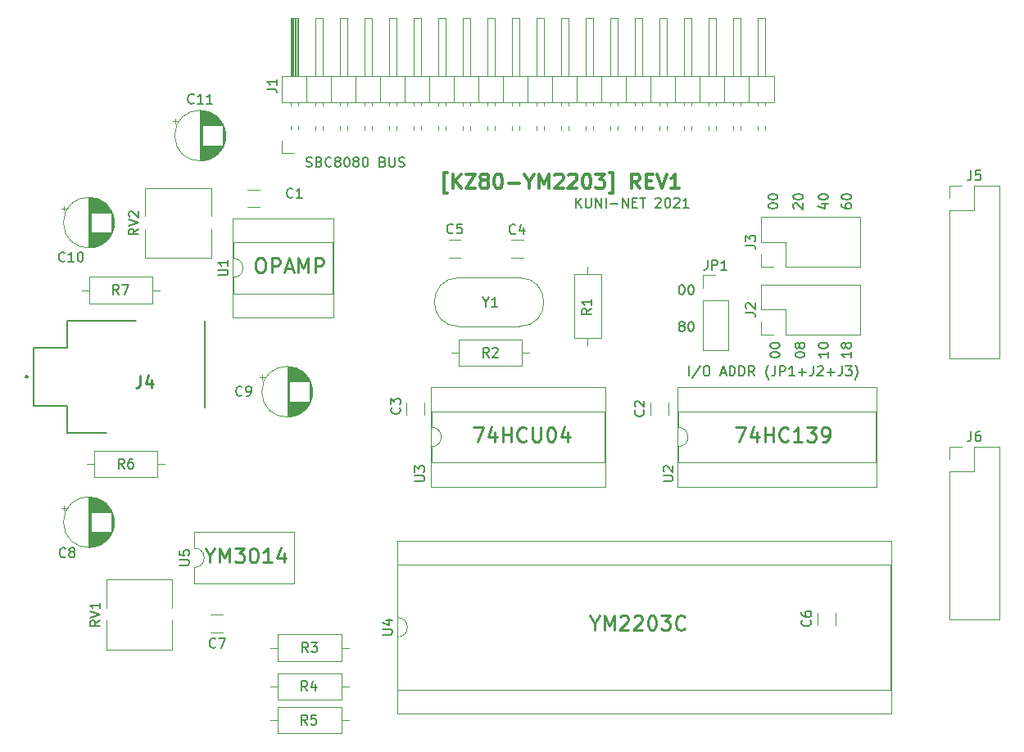
<source format=gto>
G04 #@! TF.GenerationSoftware,KiCad,Pcbnew,(5.1.4-0-10_14)*
G04 #@! TF.CreationDate,2021-03-25T20:08:59+09:00*
G04 #@! TF.ProjectId,KZ80-YM2203,4b5a3830-2d59-44d3-9232-30332e6b6963,rev?*
G04 #@! TF.SameCoordinates,Original*
G04 #@! TF.FileFunction,Legend,Top*
G04 #@! TF.FilePolarity,Positive*
%FSLAX46Y46*%
G04 Gerber Fmt 4.6, Leading zero omitted, Abs format (unit mm)*
G04 Created by KiCad (PCBNEW (5.1.4-0-10_14)) date 2021-03-25 20:08:59*
%MOMM*%
%LPD*%
G04 APERTURE LIST*
%ADD10C,0.150000*%
%ADD11C,0.300000*%
%ADD12C,0.250000*%
%ADD13C,0.120000*%
%ADD14C,0.254000*%
%ADD15C,0.200000*%
%ADD16O,1.802000X1.802000*%
%ADD17R,1.802000X1.802000*%
%ADD18C,1.602000*%
%ADD19O,1.702000X1.702000*%
%ADD20R,1.702000X1.702000*%
%ADD21C,1.542000*%
%ADD22C,1.702000*%
%ADD23O,3.102000X2.102000*%
%ADD24O,2.102000X3.102000*%
%ADD25C,3.302000*%
G04 APERTURE END LIST*
D10*
X113728571Y-78204761D02*
X113871428Y-78252380D01*
X114109523Y-78252380D01*
X114204761Y-78204761D01*
X114252380Y-78157142D01*
X114300000Y-78061904D01*
X114300000Y-77966666D01*
X114252380Y-77871428D01*
X114204761Y-77823809D01*
X114109523Y-77776190D01*
X113919047Y-77728571D01*
X113823809Y-77680952D01*
X113776190Y-77633333D01*
X113728571Y-77538095D01*
X113728571Y-77442857D01*
X113776190Y-77347619D01*
X113823809Y-77300000D01*
X113919047Y-77252380D01*
X114157142Y-77252380D01*
X114300000Y-77300000D01*
X115061904Y-77728571D02*
X115204761Y-77776190D01*
X115252380Y-77823809D01*
X115300000Y-77919047D01*
X115300000Y-78061904D01*
X115252380Y-78157142D01*
X115204761Y-78204761D01*
X115109523Y-78252380D01*
X114728571Y-78252380D01*
X114728571Y-77252380D01*
X115061904Y-77252380D01*
X115157142Y-77300000D01*
X115204761Y-77347619D01*
X115252380Y-77442857D01*
X115252380Y-77538095D01*
X115204761Y-77633333D01*
X115157142Y-77680952D01*
X115061904Y-77728571D01*
X114728571Y-77728571D01*
X116300000Y-78157142D02*
X116252380Y-78204761D01*
X116109523Y-78252380D01*
X116014285Y-78252380D01*
X115871428Y-78204761D01*
X115776190Y-78109523D01*
X115728571Y-78014285D01*
X115680952Y-77823809D01*
X115680952Y-77680952D01*
X115728571Y-77490476D01*
X115776190Y-77395238D01*
X115871428Y-77300000D01*
X116014285Y-77252380D01*
X116109523Y-77252380D01*
X116252380Y-77300000D01*
X116300000Y-77347619D01*
X116871428Y-77680952D02*
X116776190Y-77633333D01*
X116728571Y-77585714D01*
X116680952Y-77490476D01*
X116680952Y-77442857D01*
X116728571Y-77347619D01*
X116776190Y-77300000D01*
X116871428Y-77252380D01*
X117061904Y-77252380D01*
X117157142Y-77300000D01*
X117204761Y-77347619D01*
X117252380Y-77442857D01*
X117252380Y-77490476D01*
X117204761Y-77585714D01*
X117157142Y-77633333D01*
X117061904Y-77680952D01*
X116871428Y-77680952D01*
X116776190Y-77728571D01*
X116728571Y-77776190D01*
X116680952Y-77871428D01*
X116680952Y-78061904D01*
X116728571Y-78157142D01*
X116776190Y-78204761D01*
X116871428Y-78252380D01*
X117061904Y-78252380D01*
X117157142Y-78204761D01*
X117204761Y-78157142D01*
X117252380Y-78061904D01*
X117252380Y-77871428D01*
X117204761Y-77776190D01*
X117157142Y-77728571D01*
X117061904Y-77680952D01*
X117871428Y-77252380D02*
X117966666Y-77252380D01*
X118061904Y-77300000D01*
X118109523Y-77347619D01*
X118157142Y-77442857D01*
X118204761Y-77633333D01*
X118204761Y-77871428D01*
X118157142Y-78061904D01*
X118109523Y-78157142D01*
X118061904Y-78204761D01*
X117966666Y-78252380D01*
X117871428Y-78252380D01*
X117776190Y-78204761D01*
X117728571Y-78157142D01*
X117680952Y-78061904D01*
X117633333Y-77871428D01*
X117633333Y-77633333D01*
X117680952Y-77442857D01*
X117728571Y-77347619D01*
X117776190Y-77300000D01*
X117871428Y-77252380D01*
X118776190Y-77680952D02*
X118680952Y-77633333D01*
X118633333Y-77585714D01*
X118585714Y-77490476D01*
X118585714Y-77442857D01*
X118633333Y-77347619D01*
X118680952Y-77300000D01*
X118776190Y-77252380D01*
X118966666Y-77252380D01*
X119061904Y-77300000D01*
X119109523Y-77347619D01*
X119157142Y-77442857D01*
X119157142Y-77490476D01*
X119109523Y-77585714D01*
X119061904Y-77633333D01*
X118966666Y-77680952D01*
X118776190Y-77680952D01*
X118680952Y-77728571D01*
X118633333Y-77776190D01*
X118585714Y-77871428D01*
X118585714Y-78061904D01*
X118633333Y-78157142D01*
X118680952Y-78204761D01*
X118776190Y-78252380D01*
X118966666Y-78252380D01*
X119061904Y-78204761D01*
X119109523Y-78157142D01*
X119157142Y-78061904D01*
X119157142Y-77871428D01*
X119109523Y-77776190D01*
X119061904Y-77728571D01*
X118966666Y-77680952D01*
X119776190Y-77252380D02*
X119871428Y-77252380D01*
X119966666Y-77300000D01*
X120014285Y-77347619D01*
X120061904Y-77442857D01*
X120109523Y-77633333D01*
X120109523Y-77871428D01*
X120061904Y-78061904D01*
X120014285Y-78157142D01*
X119966666Y-78204761D01*
X119871428Y-78252380D01*
X119776190Y-78252380D01*
X119680952Y-78204761D01*
X119633333Y-78157142D01*
X119585714Y-78061904D01*
X119538095Y-77871428D01*
X119538095Y-77633333D01*
X119585714Y-77442857D01*
X119633333Y-77347619D01*
X119680952Y-77300000D01*
X119776190Y-77252380D01*
X121633333Y-77728571D02*
X121776190Y-77776190D01*
X121823809Y-77823809D01*
X121871428Y-77919047D01*
X121871428Y-78061904D01*
X121823809Y-78157142D01*
X121776190Y-78204761D01*
X121680952Y-78252380D01*
X121300000Y-78252380D01*
X121300000Y-77252380D01*
X121633333Y-77252380D01*
X121728571Y-77300000D01*
X121776190Y-77347619D01*
X121823809Y-77442857D01*
X121823809Y-77538095D01*
X121776190Y-77633333D01*
X121728571Y-77680952D01*
X121633333Y-77728571D01*
X121300000Y-77728571D01*
X122300000Y-77252380D02*
X122300000Y-78061904D01*
X122347619Y-78157142D01*
X122395238Y-78204761D01*
X122490476Y-78252380D01*
X122680952Y-78252380D01*
X122776190Y-78204761D01*
X122823809Y-78157142D01*
X122871428Y-78061904D01*
X122871428Y-77252380D01*
X123300000Y-78204761D02*
X123442857Y-78252380D01*
X123680952Y-78252380D01*
X123776190Y-78204761D01*
X123823809Y-78157142D01*
X123871428Y-78061904D01*
X123871428Y-77966666D01*
X123823809Y-77871428D01*
X123776190Y-77823809D01*
X123680952Y-77776190D01*
X123490476Y-77728571D01*
X123395238Y-77680952D01*
X123347619Y-77633333D01*
X123300000Y-77538095D01*
X123300000Y-77442857D01*
X123347619Y-77347619D01*
X123395238Y-77300000D01*
X123490476Y-77252380D01*
X123728571Y-77252380D01*
X123871428Y-77300000D01*
X153285714Y-99852380D02*
X153285714Y-98852380D01*
X154476190Y-98804761D02*
X153619047Y-100090476D01*
X155000000Y-98852380D02*
X155190476Y-98852380D01*
X155285714Y-98900000D01*
X155380952Y-98995238D01*
X155428571Y-99185714D01*
X155428571Y-99519047D01*
X155380952Y-99709523D01*
X155285714Y-99804761D01*
X155190476Y-99852380D01*
X155000000Y-99852380D01*
X154904761Y-99804761D01*
X154809523Y-99709523D01*
X154761904Y-99519047D01*
X154761904Y-99185714D01*
X154809523Y-98995238D01*
X154904761Y-98900000D01*
X155000000Y-98852380D01*
X156571428Y-99566666D02*
X157047619Y-99566666D01*
X156476190Y-99852380D02*
X156809523Y-98852380D01*
X157142857Y-99852380D01*
X157476190Y-99852380D02*
X157476190Y-98852380D01*
X157714285Y-98852380D01*
X157857142Y-98900000D01*
X157952380Y-98995238D01*
X158000000Y-99090476D01*
X158047619Y-99280952D01*
X158047619Y-99423809D01*
X158000000Y-99614285D01*
X157952380Y-99709523D01*
X157857142Y-99804761D01*
X157714285Y-99852380D01*
X157476190Y-99852380D01*
X158476190Y-99852380D02*
X158476190Y-98852380D01*
X158714285Y-98852380D01*
X158857142Y-98900000D01*
X158952380Y-98995238D01*
X159000000Y-99090476D01*
X159047619Y-99280952D01*
X159047619Y-99423809D01*
X159000000Y-99614285D01*
X158952380Y-99709523D01*
X158857142Y-99804761D01*
X158714285Y-99852380D01*
X158476190Y-99852380D01*
X160047619Y-99852380D02*
X159714285Y-99376190D01*
X159476190Y-99852380D02*
X159476190Y-98852380D01*
X159857142Y-98852380D01*
X159952380Y-98900000D01*
X160000000Y-98947619D01*
X160047619Y-99042857D01*
X160047619Y-99185714D01*
X160000000Y-99280952D01*
X159952380Y-99328571D01*
X159857142Y-99376190D01*
X159476190Y-99376190D01*
X161523809Y-100233333D02*
X161476190Y-100185714D01*
X161380952Y-100042857D01*
X161333333Y-99947619D01*
X161285714Y-99804761D01*
X161238095Y-99566666D01*
X161238095Y-99376190D01*
X161285714Y-99138095D01*
X161333333Y-98995238D01*
X161380952Y-98900000D01*
X161476190Y-98757142D01*
X161523809Y-98709523D01*
X162190476Y-98852380D02*
X162190476Y-99566666D01*
X162142857Y-99709523D01*
X162047619Y-99804761D01*
X161904761Y-99852380D01*
X161809523Y-99852380D01*
X162666666Y-99852380D02*
X162666666Y-98852380D01*
X163047619Y-98852380D01*
X163142857Y-98900000D01*
X163190476Y-98947619D01*
X163238095Y-99042857D01*
X163238095Y-99185714D01*
X163190476Y-99280952D01*
X163142857Y-99328571D01*
X163047619Y-99376190D01*
X162666666Y-99376190D01*
X164190476Y-99852380D02*
X163619047Y-99852380D01*
X163904761Y-99852380D02*
X163904761Y-98852380D01*
X163809523Y-98995238D01*
X163714285Y-99090476D01*
X163619047Y-99138095D01*
X164619047Y-99471428D02*
X165380952Y-99471428D01*
X165000000Y-99852380D02*
X165000000Y-99090476D01*
X166142857Y-98852380D02*
X166142857Y-99566666D01*
X166095238Y-99709523D01*
X166000000Y-99804761D01*
X165857142Y-99852380D01*
X165761904Y-99852380D01*
X166571428Y-98947619D02*
X166619047Y-98900000D01*
X166714285Y-98852380D01*
X166952380Y-98852380D01*
X167047619Y-98900000D01*
X167095238Y-98947619D01*
X167142857Y-99042857D01*
X167142857Y-99138095D01*
X167095238Y-99280952D01*
X166523809Y-99852380D01*
X167142857Y-99852380D01*
X167571428Y-99471428D02*
X168333333Y-99471428D01*
X167952380Y-99852380D02*
X167952380Y-99090476D01*
X169095238Y-98852380D02*
X169095238Y-99566666D01*
X169047619Y-99709523D01*
X168952380Y-99804761D01*
X168809523Y-99852380D01*
X168714285Y-99852380D01*
X169476190Y-98852380D02*
X170095238Y-98852380D01*
X169761904Y-99233333D01*
X169904761Y-99233333D01*
X170000000Y-99280952D01*
X170047619Y-99328571D01*
X170095238Y-99423809D01*
X170095238Y-99661904D01*
X170047619Y-99757142D01*
X170000000Y-99804761D01*
X169904761Y-99852380D01*
X169619047Y-99852380D01*
X169523809Y-99804761D01*
X169476190Y-99757142D01*
X170428571Y-100233333D02*
X170476190Y-100185714D01*
X170571428Y-100042857D01*
X170619047Y-99947619D01*
X170666666Y-99804761D01*
X170714285Y-99566666D01*
X170714285Y-99376190D01*
X170666666Y-99138095D01*
X170619047Y-98995238D01*
X170571428Y-98900000D01*
X170476190Y-98757142D01*
X170428571Y-98709523D01*
X170052380Y-97390476D02*
X170052380Y-97961904D01*
X170052380Y-97676190D02*
X169052380Y-97676190D01*
X169195238Y-97771428D01*
X169290476Y-97866666D01*
X169338095Y-97961904D01*
X169480952Y-96819047D02*
X169433333Y-96914285D01*
X169385714Y-96961904D01*
X169290476Y-97009523D01*
X169242857Y-97009523D01*
X169147619Y-96961904D01*
X169100000Y-96914285D01*
X169052380Y-96819047D01*
X169052380Y-96628571D01*
X169100000Y-96533333D01*
X169147619Y-96485714D01*
X169242857Y-96438095D01*
X169290476Y-96438095D01*
X169385714Y-96485714D01*
X169433333Y-96533333D01*
X169480952Y-96628571D01*
X169480952Y-96819047D01*
X169528571Y-96914285D01*
X169576190Y-96961904D01*
X169671428Y-97009523D01*
X169861904Y-97009523D01*
X169957142Y-96961904D01*
X170004761Y-96914285D01*
X170052380Y-96819047D01*
X170052380Y-96628571D01*
X170004761Y-96533333D01*
X169957142Y-96485714D01*
X169861904Y-96438095D01*
X169671428Y-96438095D01*
X169576190Y-96485714D01*
X169528571Y-96533333D01*
X169480952Y-96628571D01*
X167652380Y-97390476D02*
X167652380Y-97961904D01*
X167652380Y-97676190D02*
X166652380Y-97676190D01*
X166795238Y-97771428D01*
X166890476Y-97866666D01*
X166938095Y-97961904D01*
X166652380Y-96771428D02*
X166652380Y-96676190D01*
X166700000Y-96580952D01*
X166747619Y-96533333D01*
X166842857Y-96485714D01*
X167033333Y-96438095D01*
X167271428Y-96438095D01*
X167461904Y-96485714D01*
X167557142Y-96533333D01*
X167604761Y-96580952D01*
X167652380Y-96676190D01*
X167652380Y-96771428D01*
X167604761Y-96866666D01*
X167557142Y-96914285D01*
X167461904Y-96961904D01*
X167271428Y-97009523D01*
X167033333Y-97009523D01*
X166842857Y-96961904D01*
X166747619Y-96914285D01*
X166700000Y-96866666D01*
X166652380Y-96771428D01*
X164252380Y-97723809D02*
X164252380Y-97628571D01*
X164300000Y-97533333D01*
X164347619Y-97485714D01*
X164442857Y-97438095D01*
X164633333Y-97390476D01*
X164871428Y-97390476D01*
X165061904Y-97438095D01*
X165157142Y-97485714D01*
X165204761Y-97533333D01*
X165252380Y-97628571D01*
X165252380Y-97723809D01*
X165204761Y-97819047D01*
X165157142Y-97866666D01*
X165061904Y-97914285D01*
X164871428Y-97961904D01*
X164633333Y-97961904D01*
X164442857Y-97914285D01*
X164347619Y-97866666D01*
X164300000Y-97819047D01*
X164252380Y-97723809D01*
X164680952Y-96819047D02*
X164633333Y-96914285D01*
X164585714Y-96961904D01*
X164490476Y-97009523D01*
X164442857Y-97009523D01*
X164347619Y-96961904D01*
X164300000Y-96914285D01*
X164252380Y-96819047D01*
X164252380Y-96628571D01*
X164300000Y-96533333D01*
X164347619Y-96485714D01*
X164442857Y-96438095D01*
X164490476Y-96438095D01*
X164585714Y-96485714D01*
X164633333Y-96533333D01*
X164680952Y-96628571D01*
X164680952Y-96819047D01*
X164728571Y-96914285D01*
X164776190Y-96961904D01*
X164871428Y-97009523D01*
X165061904Y-97009523D01*
X165157142Y-96961904D01*
X165204761Y-96914285D01*
X165252380Y-96819047D01*
X165252380Y-96628571D01*
X165204761Y-96533333D01*
X165157142Y-96485714D01*
X165061904Y-96438095D01*
X164871428Y-96438095D01*
X164776190Y-96485714D01*
X164728571Y-96533333D01*
X164680952Y-96628571D01*
X161652380Y-97723809D02*
X161652380Y-97628571D01*
X161700000Y-97533333D01*
X161747619Y-97485714D01*
X161842857Y-97438095D01*
X162033333Y-97390476D01*
X162271428Y-97390476D01*
X162461904Y-97438095D01*
X162557142Y-97485714D01*
X162604761Y-97533333D01*
X162652380Y-97628571D01*
X162652380Y-97723809D01*
X162604761Y-97819047D01*
X162557142Y-97866666D01*
X162461904Y-97914285D01*
X162271428Y-97961904D01*
X162033333Y-97961904D01*
X161842857Y-97914285D01*
X161747619Y-97866666D01*
X161700000Y-97819047D01*
X161652380Y-97723809D01*
X161652380Y-96771428D02*
X161652380Y-96676190D01*
X161700000Y-96580952D01*
X161747619Y-96533333D01*
X161842857Y-96485714D01*
X162033333Y-96438095D01*
X162271428Y-96438095D01*
X162461904Y-96485714D01*
X162557142Y-96533333D01*
X162604761Y-96580952D01*
X162652380Y-96676190D01*
X162652380Y-96771428D01*
X162604761Y-96866666D01*
X162557142Y-96914285D01*
X162461904Y-96961904D01*
X162271428Y-97009523D01*
X162033333Y-97009523D01*
X161842857Y-96961904D01*
X161747619Y-96914285D01*
X161700000Y-96866666D01*
X161652380Y-96771428D01*
X169052380Y-82085714D02*
X169052380Y-82276190D01*
X169100000Y-82371428D01*
X169147619Y-82419047D01*
X169290476Y-82514285D01*
X169480952Y-82561904D01*
X169861904Y-82561904D01*
X169957142Y-82514285D01*
X170004761Y-82466666D01*
X170052380Y-82371428D01*
X170052380Y-82180952D01*
X170004761Y-82085714D01*
X169957142Y-82038095D01*
X169861904Y-81990476D01*
X169623809Y-81990476D01*
X169528571Y-82038095D01*
X169480952Y-82085714D01*
X169433333Y-82180952D01*
X169433333Y-82371428D01*
X169480952Y-82466666D01*
X169528571Y-82514285D01*
X169623809Y-82561904D01*
X169052380Y-81371428D02*
X169052380Y-81276190D01*
X169100000Y-81180952D01*
X169147619Y-81133333D01*
X169242857Y-81085714D01*
X169433333Y-81038095D01*
X169671428Y-81038095D01*
X169861904Y-81085714D01*
X169957142Y-81133333D01*
X170004761Y-81180952D01*
X170052380Y-81276190D01*
X170052380Y-81371428D01*
X170004761Y-81466666D01*
X169957142Y-81514285D01*
X169861904Y-81561904D01*
X169671428Y-81609523D01*
X169433333Y-81609523D01*
X169242857Y-81561904D01*
X169147619Y-81514285D01*
X169100000Y-81466666D01*
X169052380Y-81371428D01*
X166985714Y-82085714D02*
X167652380Y-82085714D01*
X166604761Y-82323809D02*
X167319047Y-82561904D01*
X167319047Y-81942857D01*
X166652380Y-81371428D02*
X166652380Y-81276190D01*
X166700000Y-81180952D01*
X166747619Y-81133333D01*
X166842857Y-81085714D01*
X167033333Y-81038095D01*
X167271428Y-81038095D01*
X167461904Y-81085714D01*
X167557142Y-81133333D01*
X167604761Y-81180952D01*
X167652380Y-81276190D01*
X167652380Y-81371428D01*
X167604761Y-81466666D01*
X167557142Y-81514285D01*
X167461904Y-81561904D01*
X167271428Y-81609523D01*
X167033333Y-81609523D01*
X166842857Y-81561904D01*
X166747619Y-81514285D01*
X166700000Y-81466666D01*
X166652380Y-81371428D01*
X164147619Y-82561904D02*
X164100000Y-82514285D01*
X164052380Y-82419047D01*
X164052380Y-82180952D01*
X164100000Y-82085714D01*
X164147619Y-82038095D01*
X164242857Y-81990476D01*
X164338095Y-81990476D01*
X164480952Y-82038095D01*
X165052380Y-82609523D01*
X165052380Y-81990476D01*
X164052380Y-81371428D02*
X164052380Y-81276190D01*
X164100000Y-81180952D01*
X164147619Y-81133333D01*
X164242857Y-81085714D01*
X164433333Y-81038095D01*
X164671428Y-81038095D01*
X164861904Y-81085714D01*
X164957142Y-81133333D01*
X165004761Y-81180952D01*
X165052380Y-81276190D01*
X165052380Y-81371428D01*
X165004761Y-81466666D01*
X164957142Y-81514285D01*
X164861904Y-81561904D01*
X164671428Y-81609523D01*
X164433333Y-81609523D01*
X164242857Y-81561904D01*
X164147619Y-81514285D01*
X164100000Y-81466666D01*
X164052380Y-81371428D01*
X161452380Y-82323809D02*
X161452380Y-82228571D01*
X161500000Y-82133333D01*
X161547619Y-82085714D01*
X161642857Y-82038095D01*
X161833333Y-81990476D01*
X162071428Y-81990476D01*
X162261904Y-82038095D01*
X162357142Y-82085714D01*
X162404761Y-82133333D01*
X162452380Y-82228571D01*
X162452380Y-82323809D01*
X162404761Y-82419047D01*
X162357142Y-82466666D01*
X162261904Y-82514285D01*
X162071428Y-82561904D01*
X161833333Y-82561904D01*
X161642857Y-82514285D01*
X161547619Y-82466666D01*
X161500000Y-82419047D01*
X161452380Y-82323809D01*
X161452380Y-81371428D02*
X161452380Y-81276190D01*
X161500000Y-81180952D01*
X161547619Y-81133333D01*
X161642857Y-81085714D01*
X161833333Y-81038095D01*
X162071428Y-81038095D01*
X162261904Y-81085714D01*
X162357142Y-81133333D01*
X162404761Y-81180952D01*
X162452380Y-81276190D01*
X162452380Y-81371428D01*
X162404761Y-81466666D01*
X162357142Y-81514285D01*
X162261904Y-81561904D01*
X162071428Y-81609523D01*
X161833333Y-81609523D01*
X161642857Y-81561904D01*
X161547619Y-81514285D01*
X161500000Y-81466666D01*
X161452380Y-81371428D01*
X152428571Y-94680952D02*
X152333333Y-94633333D01*
X152285714Y-94585714D01*
X152238095Y-94490476D01*
X152238095Y-94442857D01*
X152285714Y-94347619D01*
X152333333Y-94300000D01*
X152428571Y-94252380D01*
X152619047Y-94252380D01*
X152714285Y-94300000D01*
X152761904Y-94347619D01*
X152809523Y-94442857D01*
X152809523Y-94490476D01*
X152761904Y-94585714D01*
X152714285Y-94633333D01*
X152619047Y-94680952D01*
X152428571Y-94680952D01*
X152333333Y-94728571D01*
X152285714Y-94776190D01*
X152238095Y-94871428D01*
X152238095Y-95061904D01*
X152285714Y-95157142D01*
X152333333Y-95204761D01*
X152428571Y-95252380D01*
X152619047Y-95252380D01*
X152714285Y-95204761D01*
X152761904Y-95157142D01*
X152809523Y-95061904D01*
X152809523Y-94871428D01*
X152761904Y-94776190D01*
X152714285Y-94728571D01*
X152619047Y-94680952D01*
X153428571Y-94252380D02*
X153523809Y-94252380D01*
X153619047Y-94300000D01*
X153666666Y-94347619D01*
X153714285Y-94442857D01*
X153761904Y-94633333D01*
X153761904Y-94871428D01*
X153714285Y-95061904D01*
X153666666Y-95157142D01*
X153619047Y-95204761D01*
X153523809Y-95252380D01*
X153428571Y-95252380D01*
X153333333Y-95204761D01*
X153285714Y-95157142D01*
X153238095Y-95061904D01*
X153190476Y-94871428D01*
X153190476Y-94633333D01*
X153238095Y-94442857D01*
X153285714Y-94347619D01*
X153333333Y-94300000D01*
X153428571Y-94252380D01*
X152476190Y-90452380D02*
X152571428Y-90452380D01*
X152666666Y-90500000D01*
X152714285Y-90547619D01*
X152761904Y-90642857D01*
X152809523Y-90833333D01*
X152809523Y-91071428D01*
X152761904Y-91261904D01*
X152714285Y-91357142D01*
X152666666Y-91404761D01*
X152571428Y-91452380D01*
X152476190Y-91452380D01*
X152380952Y-91404761D01*
X152333333Y-91357142D01*
X152285714Y-91261904D01*
X152238095Y-91071428D01*
X152238095Y-90833333D01*
X152285714Y-90642857D01*
X152333333Y-90547619D01*
X152380952Y-90500000D01*
X152476190Y-90452380D01*
X153428571Y-90452380D02*
X153523809Y-90452380D01*
X153619047Y-90500000D01*
X153666666Y-90547619D01*
X153714285Y-90642857D01*
X153761904Y-90833333D01*
X153761904Y-91071428D01*
X153714285Y-91261904D01*
X153666666Y-91357142D01*
X153619047Y-91404761D01*
X153523809Y-91452380D01*
X153428571Y-91452380D01*
X153333333Y-91404761D01*
X153285714Y-91357142D01*
X153238095Y-91261904D01*
X153190476Y-91071428D01*
X153190476Y-90833333D01*
X153238095Y-90642857D01*
X153285714Y-90547619D01*
X153333333Y-90500000D01*
X153428571Y-90452380D01*
X141590476Y-82452380D02*
X141590476Y-81452380D01*
X142161904Y-82452380D02*
X141733333Y-81880952D01*
X142161904Y-81452380D02*
X141590476Y-82023809D01*
X142590476Y-81452380D02*
X142590476Y-82261904D01*
X142638095Y-82357142D01*
X142685714Y-82404761D01*
X142780952Y-82452380D01*
X142971428Y-82452380D01*
X143066666Y-82404761D01*
X143114285Y-82357142D01*
X143161904Y-82261904D01*
X143161904Y-81452380D01*
X143638095Y-82452380D02*
X143638095Y-81452380D01*
X144209523Y-82452380D01*
X144209523Y-81452380D01*
X144685714Y-82452380D02*
X144685714Y-81452380D01*
X145161904Y-82071428D02*
X145923809Y-82071428D01*
X146400000Y-82452380D02*
X146400000Y-81452380D01*
X146971428Y-82452380D01*
X146971428Y-81452380D01*
X147447619Y-81928571D02*
X147780952Y-81928571D01*
X147923809Y-82452380D02*
X147447619Y-82452380D01*
X147447619Y-81452380D01*
X147923809Y-81452380D01*
X148209523Y-81452380D02*
X148780952Y-81452380D01*
X148495238Y-82452380D02*
X148495238Y-81452380D01*
X149828571Y-81547619D02*
X149876190Y-81500000D01*
X149971428Y-81452380D01*
X150209523Y-81452380D01*
X150304761Y-81500000D01*
X150352380Y-81547619D01*
X150400000Y-81642857D01*
X150400000Y-81738095D01*
X150352380Y-81880952D01*
X149780952Y-82452380D01*
X150400000Y-82452380D01*
X151019047Y-81452380D02*
X151114285Y-81452380D01*
X151209523Y-81500000D01*
X151257142Y-81547619D01*
X151304761Y-81642857D01*
X151352380Y-81833333D01*
X151352380Y-82071428D01*
X151304761Y-82261904D01*
X151257142Y-82357142D01*
X151209523Y-82404761D01*
X151114285Y-82452380D01*
X151019047Y-82452380D01*
X150923809Y-82404761D01*
X150876190Y-82357142D01*
X150828571Y-82261904D01*
X150780952Y-82071428D01*
X150780952Y-81833333D01*
X150828571Y-81642857D01*
X150876190Y-81547619D01*
X150923809Y-81500000D01*
X151019047Y-81452380D01*
X151733333Y-81547619D02*
X151780952Y-81500000D01*
X151876190Y-81452380D01*
X152114285Y-81452380D01*
X152209523Y-81500000D01*
X152257142Y-81547619D01*
X152304761Y-81642857D01*
X152304761Y-81738095D01*
X152257142Y-81880952D01*
X151685714Y-82452380D01*
X152304761Y-82452380D01*
X153257142Y-82452380D02*
X152685714Y-82452380D01*
X152971428Y-82452380D02*
X152971428Y-81452380D01*
X152876190Y-81595238D01*
X152780952Y-81690476D01*
X152685714Y-81738095D01*
D11*
X128278571Y-80978571D02*
X127921428Y-80978571D01*
X127921428Y-78835714D01*
X128278571Y-78835714D01*
X128849999Y-80478571D02*
X128849999Y-78978571D01*
X129707142Y-80478571D02*
X129064285Y-79621428D01*
X129707142Y-78978571D02*
X128849999Y-79835714D01*
X130207142Y-78978571D02*
X131207142Y-78978571D01*
X130207142Y-80478571D01*
X131207142Y-80478571D01*
X131992857Y-79621428D02*
X131849999Y-79550000D01*
X131778571Y-79478571D01*
X131707142Y-79335714D01*
X131707142Y-79264285D01*
X131778571Y-79121428D01*
X131849999Y-79050000D01*
X131992857Y-78978571D01*
X132278571Y-78978571D01*
X132421428Y-79050000D01*
X132492857Y-79121428D01*
X132564285Y-79264285D01*
X132564285Y-79335714D01*
X132492857Y-79478571D01*
X132421428Y-79550000D01*
X132278571Y-79621428D01*
X131992857Y-79621428D01*
X131849999Y-79692857D01*
X131778571Y-79764285D01*
X131707142Y-79907142D01*
X131707142Y-80192857D01*
X131778571Y-80335714D01*
X131849999Y-80407142D01*
X131992857Y-80478571D01*
X132278571Y-80478571D01*
X132421428Y-80407142D01*
X132492857Y-80335714D01*
X132564285Y-80192857D01*
X132564285Y-79907142D01*
X132492857Y-79764285D01*
X132421428Y-79692857D01*
X132278571Y-79621428D01*
X133492857Y-78978571D02*
X133635714Y-78978571D01*
X133778571Y-79050000D01*
X133849999Y-79121428D01*
X133921428Y-79264285D01*
X133992857Y-79550000D01*
X133992857Y-79907142D01*
X133921428Y-80192857D01*
X133849999Y-80335714D01*
X133778571Y-80407142D01*
X133635714Y-80478571D01*
X133492857Y-80478571D01*
X133349999Y-80407142D01*
X133278571Y-80335714D01*
X133207142Y-80192857D01*
X133135714Y-79907142D01*
X133135714Y-79550000D01*
X133207142Y-79264285D01*
X133278571Y-79121428D01*
X133349999Y-79050000D01*
X133492857Y-78978571D01*
X134635714Y-79907142D02*
X135778571Y-79907142D01*
X136778571Y-79764285D02*
X136778571Y-80478571D01*
X136278571Y-78978571D02*
X136778571Y-79764285D01*
X137278571Y-78978571D01*
X137778571Y-80478571D02*
X137778571Y-78978571D01*
X138278571Y-80050000D01*
X138778571Y-78978571D01*
X138778571Y-80478571D01*
X139421428Y-79121428D02*
X139492857Y-79050000D01*
X139635714Y-78978571D01*
X139992857Y-78978571D01*
X140135714Y-79050000D01*
X140207142Y-79121428D01*
X140278571Y-79264285D01*
X140278571Y-79407142D01*
X140207142Y-79621428D01*
X139350000Y-80478571D01*
X140278571Y-80478571D01*
X140850000Y-79121428D02*
X140921428Y-79050000D01*
X141064285Y-78978571D01*
X141421428Y-78978571D01*
X141564285Y-79050000D01*
X141635714Y-79121428D01*
X141707142Y-79264285D01*
X141707142Y-79407142D01*
X141635714Y-79621428D01*
X140778571Y-80478571D01*
X141707142Y-80478571D01*
X142635714Y-78978571D02*
X142778571Y-78978571D01*
X142921428Y-79050000D01*
X142992857Y-79121428D01*
X143064285Y-79264285D01*
X143135714Y-79550000D01*
X143135714Y-79907142D01*
X143064285Y-80192857D01*
X142992857Y-80335714D01*
X142921428Y-80407142D01*
X142778571Y-80478571D01*
X142635714Y-80478571D01*
X142492857Y-80407142D01*
X142421428Y-80335714D01*
X142350000Y-80192857D01*
X142278571Y-79907142D01*
X142278571Y-79550000D01*
X142350000Y-79264285D01*
X142421428Y-79121428D01*
X142492857Y-79050000D01*
X142635714Y-78978571D01*
X143635714Y-78978571D02*
X144564285Y-78978571D01*
X144064285Y-79550000D01*
X144278571Y-79550000D01*
X144421428Y-79621428D01*
X144492857Y-79692857D01*
X144564285Y-79835714D01*
X144564285Y-80192857D01*
X144492857Y-80335714D01*
X144421428Y-80407142D01*
X144278571Y-80478571D01*
X143850000Y-80478571D01*
X143707142Y-80407142D01*
X143635714Y-80335714D01*
X145064285Y-80978571D02*
X145421428Y-80978571D01*
X145421428Y-78835714D01*
X145064285Y-78835714D01*
X148207142Y-80478571D02*
X147707142Y-79764285D01*
X147350000Y-80478571D02*
X147350000Y-78978571D01*
X147921428Y-78978571D01*
X148064285Y-79050000D01*
X148135714Y-79121428D01*
X148207142Y-79264285D01*
X148207142Y-79478571D01*
X148135714Y-79621428D01*
X148064285Y-79692857D01*
X147921428Y-79764285D01*
X147350000Y-79764285D01*
X148850000Y-79692857D02*
X149350000Y-79692857D01*
X149564285Y-80478571D02*
X148850000Y-80478571D01*
X148850000Y-78978571D01*
X149564285Y-78978571D01*
X149992857Y-78978571D02*
X150492857Y-80478571D01*
X150992857Y-78978571D01*
X152278571Y-80478571D02*
X151421428Y-80478571D01*
X151850000Y-80478571D02*
X151850000Y-78978571D01*
X151707142Y-79192857D01*
X151564285Y-79335714D01*
X151421428Y-79407142D01*
D12*
X108857142Y-87678571D02*
X109142857Y-87678571D01*
X109285714Y-87750000D01*
X109428571Y-87892857D01*
X109500000Y-88178571D01*
X109500000Y-88678571D01*
X109428571Y-88964285D01*
X109285714Y-89107142D01*
X109142857Y-89178571D01*
X108857142Y-89178571D01*
X108714285Y-89107142D01*
X108571428Y-88964285D01*
X108500000Y-88678571D01*
X108500000Y-88178571D01*
X108571428Y-87892857D01*
X108714285Y-87750000D01*
X108857142Y-87678571D01*
X110142857Y-89178571D02*
X110142857Y-87678571D01*
X110714285Y-87678571D01*
X110857142Y-87750000D01*
X110928571Y-87821428D01*
X111000000Y-87964285D01*
X111000000Y-88178571D01*
X110928571Y-88321428D01*
X110857142Y-88392857D01*
X110714285Y-88464285D01*
X110142857Y-88464285D01*
X111571428Y-88750000D02*
X112285714Y-88750000D01*
X111428571Y-89178571D02*
X111928571Y-87678571D01*
X112428571Y-89178571D01*
X112928571Y-89178571D02*
X112928571Y-87678571D01*
X113428571Y-88750000D01*
X113928571Y-87678571D01*
X113928571Y-89178571D01*
X114642857Y-89178571D02*
X114642857Y-87678571D01*
X115214285Y-87678571D01*
X115357142Y-87750000D01*
X115428571Y-87821428D01*
X115500000Y-87964285D01*
X115500000Y-88178571D01*
X115428571Y-88321428D01*
X115357142Y-88392857D01*
X115214285Y-88464285D01*
X114642857Y-88464285D01*
X103785714Y-118464285D02*
X103785714Y-119178571D01*
X103285714Y-117678571D02*
X103785714Y-118464285D01*
X104285714Y-117678571D01*
X104785714Y-119178571D02*
X104785714Y-117678571D01*
X105285714Y-118750000D01*
X105785714Y-117678571D01*
X105785714Y-119178571D01*
X106357142Y-117678571D02*
X107285714Y-117678571D01*
X106785714Y-118250000D01*
X107000000Y-118250000D01*
X107142857Y-118321428D01*
X107214285Y-118392857D01*
X107285714Y-118535714D01*
X107285714Y-118892857D01*
X107214285Y-119035714D01*
X107142857Y-119107142D01*
X107000000Y-119178571D01*
X106571428Y-119178571D01*
X106428571Y-119107142D01*
X106357142Y-119035714D01*
X108214285Y-117678571D02*
X108357142Y-117678571D01*
X108500000Y-117750000D01*
X108571428Y-117821428D01*
X108642857Y-117964285D01*
X108714285Y-118250000D01*
X108714285Y-118607142D01*
X108642857Y-118892857D01*
X108571428Y-119035714D01*
X108500000Y-119107142D01*
X108357142Y-119178571D01*
X108214285Y-119178571D01*
X108071428Y-119107142D01*
X108000000Y-119035714D01*
X107928571Y-118892857D01*
X107857142Y-118607142D01*
X107857142Y-118250000D01*
X107928571Y-117964285D01*
X108000000Y-117821428D01*
X108071428Y-117750000D01*
X108214285Y-117678571D01*
X110142857Y-119178571D02*
X109285714Y-119178571D01*
X109714285Y-119178571D02*
X109714285Y-117678571D01*
X109571428Y-117892857D01*
X109428571Y-118035714D01*
X109285714Y-118107142D01*
X111428571Y-118178571D02*
X111428571Y-119178571D01*
X111071428Y-117607142D02*
X110714285Y-118678571D01*
X111642857Y-118678571D01*
X143535714Y-125464285D02*
X143535714Y-126178571D01*
X143035714Y-124678571D02*
X143535714Y-125464285D01*
X144035714Y-124678571D01*
X144535714Y-126178571D02*
X144535714Y-124678571D01*
X145035714Y-125750000D01*
X145535714Y-124678571D01*
X145535714Y-126178571D01*
X146178571Y-124821428D02*
X146250000Y-124750000D01*
X146392857Y-124678571D01*
X146750000Y-124678571D01*
X146892857Y-124750000D01*
X146964285Y-124821428D01*
X147035714Y-124964285D01*
X147035714Y-125107142D01*
X146964285Y-125321428D01*
X146107142Y-126178571D01*
X147035714Y-126178571D01*
X147607142Y-124821428D02*
X147678571Y-124750000D01*
X147821428Y-124678571D01*
X148178571Y-124678571D01*
X148321428Y-124750000D01*
X148392857Y-124821428D01*
X148464285Y-124964285D01*
X148464285Y-125107142D01*
X148392857Y-125321428D01*
X147535714Y-126178571D01*
X148464285Y-126178571D01*
X149392857Y-124678571D02*
X149535714Y-124678571D01*
X149678571Y-124750000D01*
X149750000Y-124821428D01*
X149821428Y-124964285D01*
X149892857Y-125250000D01*
X149892857Y-125607142D01*
X149821428Y-125892857D01*
X149750000Y-126035714D01*
X149678571Y-126107142D01*
X149535714Y-126178571D01*
X149392857Y-126178571D01*
X149250000Y-126107142D01*
X149178571Y-126035714D01*
X149107142Y-125892857D01*
X149035714Y-125607142D01*
X149035714Y-125250000D01*
X149107142Y-124964285D01*
X149178571Y-124821428D01*
X149250000Y-124750000D01*
X149392857Y-124678571D01*
X150392857Y-124678571D02*
X151321428Y-124678571D01*
X150821428Y-125250000D01*
X151035714Y-125250000D01*
X151178571Y-125321428D01*
X151250000Y-125392857D01*
X151321428Y-125535714D01*
X151321428Y-125892857D01*
X151250000Y-126035714D01*
X151178571Y-126107142D01*
X151035714Y-126178571D01*
X150607142Y-126178571D01*
X150464285Y-126107142D01*
X150392857Y-126035714D01*
X152821428Y-126035714D02*
X152750000Y-126107142D01*
X152535714Y-126178571D01*
X152392857Y-126178571D01*
X152178571Y-126107142D01*
X152035714Y-125964285D01*
X151964285Y-125821428D01*
X151892857Y-125535714D01*
X151892857Y-125321428D01*
X151964285Y-125035714D01*
X152035714Y-124892857D01*
X152178571Y-124750000D01*
X152392857Y-124678571D01*
X152535714Y-124678571D01*
X152750000Y-124750000D01*
X152821428Y-124821428D01*
X158107142Y-105178571D02*
X159107142Y-105178571D01*
X158464285Y-106678571D01*
X160321428Y-105678571D02*
X160321428Y-106678571D01*
X159964285Y-105107142D02*
X159607142Y-106178571D01*
X160535714Y-106178571D01*
X161107142Y-106678571D02*
X161107142Y-105178571D01*
X161107142Y-105892857D02*
X161964285Y-105892857D01*
X161964285Y-106678571D02*
X161964285Y-105178571D01*
X163535714Y-106535714D02*
X163464285Y-106607142D01*
X163250000Y-106678571D01*
X163107142Y-106678571D01*
X162892857Y-106607142D01*
X162750000Y-106464285D01*
X162678571Y-106321428D01*
X162607142Y-106035714D01*
X162607142Y-105821428D01*
X162678571Y-105535714D01*
X162750000Y-105392857D01*
X162892857Y-105250000D01*
X163107142Y-105178571D01*
X163250000Y-105178571D01*
X163464285Y-105250000D01*
X163535714Y-105321428D01*
X164964285Y-106678571D02*
X164107142Y-106678571D01*
X164535714Y-106678571D02*
X164535714Y-105178571D01*
X164392857Y-105392857D01*
X164250000Y-105535714D01*
X164107142Y-105607142D01*
X165464285Y-105178571D02*
X166392857Y-105178571D01*
X165892857Y-105750000D01*
X166107142Y-105750000D01*
X166250000Y-105821428D01*
X166321428Y-105892857D01*
X166392857Y-106035714D01*
X166392857Y-106392857D01*
X166321428Y-106535714D01*
X166250000Y-106607142D01*
X166107142Y-106678571D01*
X165678571Y-106678571D01*
X165535714Y-106607142D01*
X165464285Y-106535714D01*
X167107142Y-106678571D02*
X167392857Y-106678571D01*
X167535714Y-106607142D01*
X167607142Y-106535714D01*
X167750000Y-106321428D01*
X167821428Y-106035714D01*
X167821428Y-105464285D01*
X167750000Y-105321428D01*
X167678571Y-105250000D01*
X167535714Y-105178571D01*
X167250000Y-105178571D01*
X167107142Y-105250000D01*
X167035714Y-105321428D01*
X166964285Y-105464285D01*
X166964285Y-105821428D01*
X167035714Y-105964285D01*
X167107142Y-106035714D01*
X167250000Y-106107142D01*
X167535714Y-106107142D01*
X167678571Y-106035714D01*
X167750000Y-105964285D01*
X167821428Y-105821428D01*
X131035714Y-105178571D02*
X132035714Y-105178571D01*
X131392857Y-106678571D01*
X133250000Y-105678571D02*
X133250000Y-106678571D01*
X132892857Y-105107142D02*
X132535714Y-106178571D01*
X133464285Y-106178571D01*
X134035714Y-106678571D02*
X134035714Y-105178571D01*
X134035714Y-105892857D02*
X134892857Y-105892857D01*
X134892857Y-106678571D02*
X134892857Y-105178571D01*
X136464285Y-106535714D02*
X136392857Y-106607142D01*
X136178571Y-106678571D01*
X136035714Y-106678571D01*
X135821428Y-106607142D01*
X135678571Y-106464285D01*
X135607142Y-106321428D01*
X135535714Y-106035714D01*
X135535714Y-105821428D01*
X135607142Y-105535714D01*
X135678571Y-105392857D01*
X135821428Y-105250000D01*
X136035714Y-105178571D01*
X136178571Y-105178571D01*
X136392857Y-105250000D01*
X136464285Y-105321428D01*
X137107142Y-105178571D02*
X137107142Y-106392857D01*
X137178571Y-106535714D01*
X137250000Y-106607142D01*
X137392857Y-106678571D01*
X137678571Y-106678571D01*
X137821428Y-106607142D01*
X137892857Y-106535714D01*
X137964285Y-106392857D01*
X137964285Y-105178571D01*
X138964285Y-105178571D02*
X139107142Y-105178571D01*
X139250000Y-105250000D01*
X139321428Y-105321428D01*
X139392857Y-105464285D01*
X139464285Y-105750000D01*
X139464285Y-106107142D01*
X139392857Y-106392857D01*
X139321428Y-106535714D01*
X139250000Y-106607142D01*
X139107142Y-106678571D01*
X138964285Y-106678571D01*
X138821428Y-106607142D01*
X138750000Y-106535714D01*
X138678571Y-106392857D01*
X138607142Y-106107142D01*
X138607142Y-105750000D01*
X138678571Y-105464285D01*
X138750000Y-105321428D01*
X138821428Y-105250000D01*
X138964285Y-105178571D01*
X140750000Y-105678571D02*
X140750000Y-106678571D01*
X140392857Y-105107142D02*
X140035714Y-106178571D01*
X140964285Y-106178571D01*
D13*
X154690000Y-89440000D02*
X156020000Y-89440000D01*
X154690000Y-90770000D02*
X154690000Y-89440000D01*
X154690000Y-92040000D02*
X157350000Y-92040000D01*
X157350000Y-92040000D02*
X157350000Y-97180000D01*
X154690000Y-92040000D02*
X154690000Y-97180000D01*
X154690000Y-97180000D02*
X157350000Y-97180000D01*
X180170000Y-107170000D02*
X181500000Y-107170000D01*
X180170000Y-108500000D02*
X180170000Y-107170000D01*
X182770000Y-107170000D02*
X185370000Y-107170000D01*
X182770000Y-109770000D02*
X182770000Y-107170000D01*
X180170000Y-109770000D02*
X182770000Y-109770000D01*
X185370000Y-107170000D02*
X185370000Y-125070000D01*
X180170000Y-109770000D02*
X180170000Y-125070000D01*
X180170000Y-125070000D02*
X185370000Y-125070000D01*
X180170000Y-80170000D02*
X181500000Y-80170000D01*
X180170000Y-81500000D02*
X180170000Y-80170000D01*
X182770000Y-80170000D02*
X185370000Y-80170000D01*
X182770000Y-82770000D02*
X182770000Y-80170000D01*
X180170000Y-82770000D02*
X182770000Y-82770000D01*
X185370000Y-80170000D02*
X185370000Y-98070000D01*
X180170000Y-82770000D02*
X180170000Y-98070000D01*
X180170000Y-98070000D02*
X185370000Y-98070000D01*
X160690000Y-88600000D02*
X160690000Y-87270000D01*
X162020000Y-88600000D02*
X160690000Y-88600000D01*
X160690000Y-86000000D02*
X160690000Y-83400000D01*
X163290000Y-86000000D02*
X160690000Y-86000000D01*
X163290000Y-88600000D02*
X163290000Y-86000000D01*
X160690000Y-83400000D02*
X170970000Y-83400000D01*
X163290000Y-88600000D02*
X170970000Y-88600000D01*
X170970000Y-88600000D02*
X170970000Y-83400000D01*
X160690000Y-95600000D02*
X160690000Y-94270000D01*
X162020000Y-95600000D02*
X160690000Y-95600000D01*
X160690000Y-93000000D02*
X160690000Y-90400000D01*
X163290000Y-93000000D02*
X160690000Y-93000000D01*
X163290000Y-95600000D02*
X163290000Y-93000000D01*
X160690000Y-90400000D02*
X170970000Y-90400000D01*
X163290000Y-95600000D02*
X170970000Y-95600000D01*
X170970000Y-95600000D02*
X170970000Y-90400000D01*
X129495000Y-89705000D02*
G75*
G03X129495000Y-94755000I0J-2525000D01*
G01*
X135745000Y-89705000D02*
G75*
G02X135745000Y-94755000I0J-2525000D01*
G01*
X135745000Y-89705000D02*
X129495000Y-89705000D01*
X135745000Y-94755000D02*
X129495000Y-94755000D01*
X102170000Y-116040000D02*
X102170000Y-117690000D01*
X112450000Y-116040000D02*
X102170000Y-116040000D01*
X112450000Y-121340000D02*
X112450000Y-116040000D01*
X102170000Y-121340000D02*
X112450000Y-121340000D01*
X102170000Y-119690000D02*
X102170000Y-121340000D01*
X102170000Y-117690000D02*
G75*
G02X102170000Y-119690000I0J-1000000D01*
G01*
X123110000Y-116930000D02*
X123110000Y-134830000D01*
X174150000Y-116930000D02*
X123110000Y-116930000D01*
X174150000Y-134830000D02*
X174150000Y-116930000D01*
X123110000Y-134830000D02*
X174150000Y-134830000D01*
X123170000Y-119420000D02*
X123170000Y-124880000D01*
X174090000Y-119420000D02*
X123170000Y-119420000D01*
X174090000Y-132340000D02*
X174090000Y-119420000D01*
X123170000Y-132340000D02*
X174090000Y-132340000D01*
X123170000Y-126880000D02*
X123170000Y-132340000D01*
X123170000Y-124880000D02*
G75*
G02X123170000Y-126880000I0J-1000000D01*
G01*
X126610000Y-101050000D02*
X126610000Y-111330000D01*
X144630000Y-101050000D02*
X126610000Y-101050000D01*
X144630000Y-111330000D02*
X144630000Y-101050000D01*
X126610000Y-111330000D02*
X144630000Y-111330000D01*
X126670000Y-103540000D02*
X126670000Y-105190000D01*
X144570000Y-103540000D02*
X126670000Y-103540000D01*
X144570000Y-108840000D02*
X144570000Y-103540000D01*
X126670000Y-108840000D02*
X144570000Y-108840000D01*
X126670000Y-107190000D02*
X126670000Y-108840000D01*
X126670000Y-105190000D02*
G75*
G02X126670000Y-107190000I0J-1000000D01*
G01*
X152110000Y-101050000D02*
X152110000Y-111330000D01*
X172670000Y-101050000D02*
X152110000Y-101050000D01*
X172670000Y-111330000D02*
X172670000Y-101050000D01*
X152110000Y-111330000D02*
X172670000Y-111330000D01*
X152170000Y-103540000D02*
X152170000Y-105190000D01*
X172610000Y-103540000D02*
X152170000Y-103540000D01*
X172610000Y-108840000D02*
X172610000Y-103540000D01*
X152170000Y-108840000D02*
X172610000Y-108840000D01*
X152170000Y-107190000D02*
X152170000Y-108840000D01*
X152170000Y-105190000D02*
G75*
G02X152170000Y-107190000I0J-1000000D01*
G01*
X106110000Y-83550000D02*
X106110000Y-93830000D01*
X116510000Y-83550000D02*
X106110000Y-83550000D01*
X116510000Y-93830000D02*
X116510000Y-83550000D01*
X106110000Y-93830000D02*
X116510000Y-93830000D01*
X106170000Y-86040000D02*
X106170000Y-87690000D01*
X116450000Y-86040000D02*
X106170000Y-86040000D01*
X116450000Y-91340000D02*
X116450000Y-86040000D01*
X106170000Y-91340000D02*
X116450000Y-91340000D01*
X106170000Y-89690000D02*
X106170000Y-91340000D01*
X106170000Y-87690000D02*
G75*
G02X106170000Y-89690000I0J-1000000D01*
G01*
X97040000Y-80440000D02*
X103880000Y-80440000D01*
X97040000Y-87680000D02*
X103880000Y-87680000D01*
X103880000Y-83350000D02*
X103880000Y-80440000D01*
X103880000Y-87680000D02*
X103880000Y-84650000D01*
X97040000Y-83350000D02*
X97040000Y-80440000D01*
X97040000Y-87680000D02*
X97040000Y-84650000D01*
X93040000Y-120940000D02*
X99880000Y-120940000D01*
X93040000Y-128180000D02*
X99880000Y-128180000D01*
X99880000Y-123850000D02*
X99880000Y-120940000D01*
X99880000Y-128180000D02*
X99880000Y-125150000D01*
X93040000Y-123850000D02*
X93040000Y-120940000D01*
X93040000Y-128180000D02*
X93040000Y-125150000D01*
X98620000Y-91000000D02*
X97850000Y-91000000D01*
X90540000Y-91000000D02*
X91310000Y-91000000D01*
X97850000Y-89630000D02*
X91310000Y-89630000D01*
X97850000Y-92370000D02*
X97850000Y-89630000D01*
X91310000Y-92370000D02*
X97850000Y-92370000D01*
X91310000Y-89630000D02*
X91310000Y-92370000D01*
X99120000Y-109000000D02*
X98350000Y-109000000D01*
X91040000Y-109000000D02*
X91810000Y-109000000D01*
X98350000Y-107630000D02*
X91810000Y-107630000D01*
X98350000Y-110370000D02*
X98350000Y-107630000D01*
X91810000Y-110370000D02*
X98350000Y-110370000D01*
X91810000Y-107630000D02*
X91810000Y-110370000D01*
X118120000Y-135500000D02*
X117350000Y-135500000D01*
X110040000Y-135500000D02*
X110810000Y-135500000D01*
X117350000Y-134130000D02*
X110810000Y-134130000D01*
X117350000Y-136870000D02*
X117350000Y-134130000D01*
X110810000Y-136870000D02*
X117350000Y-136870000D01*
X110810000Y-134130000D02*
X110810000Y-136870000D01*
X118120000Y-132000000D02*
X117350000Y-132000000D01*
X110040000Y-132000000D02*
X110810000Y-132000000D01*
X117350000Y-130630000D02*
X110810000Y-130630000D01*
X117350000Y-133370000D02*
X117350000Y-130630000D01*
X110810000Y-133370000D02*
X117350000Y-133370000D01*
X110810000Y-130630000D02*
X110810000Y-133370000D01*
X118120000Y-128000000D02*
X117350000Y-128000000D01*
X110040000Y-128000000D02*
X110810000Y-128000000D01*
X117350000Y-126630000D02*
X110810000Y-126630000D01*
X117350000Y-129370000D02*
X117350000Y-126630000D01*
X110810000Y-129370000D02*
X117350000Y-129370000D01*
X110810000Y-126630000D02*
X110810000Y-129370000D01*
X128690000Y-97480000D02*
X129460000Y-97480000D01*
X136770000Y-97480000D02*
X136000000Y-97480000D01*
X129460000Y-98850000D02*
X136000000Y-98850000D01*
X129460000Y-96110000D02*
X129460000Y-98850000D01*
X136000000Y-96110000D02*
X129460000Y-96110000D01*
X136000000Y-98850000D02*
X136000000Y-96110000D01*
X142810000Y-88610000D02*
X142810000Y-89380000D01*
X142810000Y-96690000D02*
X142810000Y-95920000D01*
X141440000Y-89380000D02*
X141440000Y-95920000D01*
X144180000Y-89380000D02*
X141440000Y-89380000D01*
X144180000Y-95920000D02*
X144180000Y-89380000D01*
X141440000Y-95920000D02*
X144180000Y-95920000D01*
D14*
X84924000Y-99949000D02*
G75*
G03X84924000Y-99949000I-103000J0D01*
G01*
D15*
X103200000Y-94200000D02*
X103200000Y-103128000D01*
X89000000Y-105800000D02*
X93105000Y-105800000D01*
X89000000Y-103000000D02*
X89000000Y-105800000D01*
X85500000Y-103000000D02*
X89000000Y-103000000D01*
X85500000Y-97000000D02*
X85500000Y-103000000D01*
X89000000Y-97000000D02*
X85500000Y-97000000D01*
X89000000Y-94200000D02*
X89000000Y-97000000D01*
X96100000Y-94200000D02*
X89000000Y-94200000D01*
D13*
X111230000Y-76770000D02*
X111230000Y-75500000D01*
X112500000Y-76770000D02*
X111230000Y-76770000D01*
X161140000Y-74457071D02*
X161140000Y-74002929D01*
X160380000Y-74457071D02*
X160380000Y-74002929D01*
X161140000Y-71917071D02*
X161140000Y-71520000D01*
X160380000Y-71917071D02*
X160380000Y-71520000D01*
X161140000Y-62860000D02*
X161140000Y-68860000D01*
X160380000Y-62860000D02*
X161140000Y-62860000D01*
X160380000Y-68860000D02*
X160380000Y-62860000D01*
X159490000Y-71520000D02*
X159490000Y-68860000D01*
X158600000Y-74457071D02*
X158600000Y-74002929D01*
X157840000Y-74457071D02*
X157840000Y-74002929D01*
X158600000Y-71917071D02*
X158600000Y-71520000D01*
X157840000Y-71917071D02*
X157840000Y-71520000D01*
X158600000Y-62860000D02*
X158600000Y-68860000D01*
X157840000Y-62860000D02*
X158600000Y-62860000D01*
X157840000Y-68860000D02*
X157840000Y-62860000D01*
X156950000Y-71520000D02*
X156950000Y-68860000D01*
X156060000Y-74457071D02*
X156060000Y-74002929D01*
X155300000Y-74457071D02*
X155300000Y-74002929D01*
X156060000Y-71917071D02*
X156060000Y-71520000D01*
X155300000Y-71917071D02*
X155300000Y-71520000D01*
X156060000Y-62860000D02*
X156060000Y-68860000D01*
X155300000Y-62860000D02*
X156060000Y-62860000D01*
X155300000Y-68860000D02*
X155300000Y-62860000D01*
X154410000Y-71520000D02*
X154410000Y-68860000D01*
X153520000Y-74457071D02*
X153520000Y-74002929D01*
X152760000Y-74457071D02*
X152760000Y-74002929D01*
X153520000Y-71917071D02*
X153520000Y-71520000D01*
X152760000Y-71917071D02*
X152760000Y-71520000D01*
X153520000Y-62860000D02*
X153520000Y-68860000D01*
X152760000Y-62860000D02*
X153520000Y-62860000D01*
X152760000Y-68860000D02*
X152760000Y-62860000D01*
X151870000Y-71520000D02*
X151870000Y-68860000D01*
X150980000Y-74457071D02*
X150980000Y-74002929D01*
X150220000Y-74457071D02*
X150220000Y-74002929D01*
X150980000Y-71917071D02*
X150980000Y-71520000D01*
X150220000Y-71917071D02*
X150220000Y-71520000D01*
X150980000Y-62860000D02*
X150980000Y-68860000D01*
X150220000Y-62860000D02*
X150980000Y-62860000D01*
X150220000Y-68860000D02*
X150220000Y-62860000D01*
X149330000Y-71520000D02*
X149330000Y-68860000D01*
X148440000Y-74457071D02*
X148440000Y-74002929D01*
X147680000Y-74457071D02*
X147680000Y-74002929D01*
X148440000Y-71917071D02*
X148440000Y-71520000D01*
X147680000Y-71917071D02*
X147680000Y-71520000D01*
X148440000Y-62860000D02*
X148440000Y-68860000D01*
X147680000Y-62860000D02*
X148440000Y-62860000D01*
X147680000Y-68860000D02*
X147680000Y-62860000D01*
X146790000Y-71520000D02*
X146790000Y-68860000D01*
X145900000Y-74457071D02*
X145900000Y-74002929D01*
X145140000Y-74457071D02*
X145140000Y-74002929D01*
X145900000Y-71917071D02*
X145900000Y-71520000D01*
X145140000Y-71917071D02*
X145140000Y-71520000D01*
X145900000Y-62860000D02*
X145900000Y-68860000D01*
X145140000Y-62860000D02*
X145900000Y-62860000D01*
X145140000Y-68860000D02*
X145140000Y-62860000D01*
X144250000Y-71520000D02*
X144250000Y-68860000D01*
X143360000Y-74457071D02*
X143360000Y-74002929D01*
X142600000Y-74457071D02*
X142600000Y-74002929D01*
X143360000Y-71917071D02*
X143360000Y-71520000D01*
X142600000Y-71917071D02*
X142600000Y-71520000D01*
X143360000Y-62860000D02*
X143360000Y-68860000D01*
X142600000Y-62860000D02*
X143360000Y-62860000D01*
X142600000Y-68860000D02*
X142600000Y-62860000D01*
X141710000Y-71520000D02*
X141710000Y-68860000D01*
X140820000Y-74457071D02*
X140820000Y-74002929D01*
X140060000Y-74457071D02*
X140060000Y-74002929D01*
X140820000Y-71917071D02*
X140820000Y-71520000D01*
X140060000Y-71917071D02*
X140060000Y-71520000D01*
X140820000Y-62860000D02*
X140820000Y-68860000D01*
X140060000Y-62860000D02*
X140820000Y-62860000D01*
X140060000Y-68860000D02*
X140060000Y-62860000D01*
X139170000Y-71520000D02*
X139170000Y-68860000D01*
X138280000Y-74457071D02*
X138280000Y-74002929D01*
X137520000Y-74457071D02*
X137520000Y-74002929D01*
X138280000Y-71917071D02*
X138280000Y-71520000D01*
X137520000Y-71917071D02*
X137520000Y-71520000D01*
X138280000Y-62860000D02*
X138280000Y-68860000D01*
X137520000Y-62860000D02*
X138280000Y-62860000D01*
X137520000Y-68860000D02*
X137520000Y-62860000D01*
X136630000Y-71520000D02*
X136630000Y-68860000D01*
X135740000Y-74457071D02*
X135740000Y-74002929D01*
X134980000Y-74457071D02*
X134980000Y-74002929D01*
X135740000Y-71917071D02*
X135740000Y-71520000D01*
X134980000Y-71917071D02*
X134980000Y-71520000D01*
X135740000Y-62860000D02*
X135740000Y-68860000D01*
X134980000Y-62860000D02*
X135740000Y-62860000D01*
X134980000Y-68860000D02*
X134980000Y-62860000D01*
X134090000Y-71520000D02*
X134090000Y-68860000D01*
X133200000Y-74457071D02*
X133200000Y-74002929D01*
X132440000Y-74457071D02*
X132440000Y-74002929D01*
X133200000Y-71917071D02*
X133200000Y-71520000D01*
X132440000Y-71917071D02*
X132440000Y-71520000D01*
X133200000Y-62860000D02*
X133200000Y-68860000D01*
X132440000Y-62860000D02*
X133200000Y-62860000D01*
X132440000Y-68860000D02*
X132440000Y-62860000D01*
X131550000Y-71520000D02*
X131550000Y-68860000D01*
X130660000Y-74457071D02*
X130660000Y-74002929D01*
X129900000Y-74457071D02*
X129900000Y-74002929D01*
X130660000Y-71917071D02*
X130660000Y-71520000D01*
X129900000Y-71917071D02*
X129900000Y-71520000D01*
X130660000Y-62860000D02*
X130660000Y-68860000D01*
X129900000Y-62860000D02*
X130660000Y-62860000D01*
X129900000Y-68860000D02*
X129900000Y-62860000D01*
X129010000Y-71520000D02*
X129010000Y-68860000D01*
X128120000Y-74457071D02*
X128120000Y-74002929D01*
X127360000Y-74457071D02*
X127360000Y-74002929D01*
X128120000Y-71917071D02*
X128120000Y-71520000D01*
X127360000Y-71917071D02*
X127360000Y-71520000D01*
X128120000Y-62860000D02*
X128120000Y-68860000D01*
X127360000Y-62860000D02*
X128120000Y-62860000D01*
X127360000Y-68860000D02*
X127360000Y-62860000D01*
X126470000Y-71520000D02*
X126470000Y-68860000D01*
X125580000Y-74457071D02*
X125580000Y-74002929D01*
X124820000Y-74457071D02*
X124820000Y-74002929D01*
X125580000Y-71917071D02*
X125580000Y-71520000D01*
X124820000Y-71917071D02*
X124820000Y-71520000D01*
X125580000Y-62860000D02*
X125580000Y-68860000D01*
X124820000Y-62860000D02*
X125580000Y-62860000D01*
X124820000Y-68860000D02*
X124820000Y-62860000D01*
X123930000Y-71520000D02*
X123930000Y-68860000D01*
X123040000Y-74457071D02*
X123040000Y-74002929D01*
X122280000Y-74457071D02*
X122280000Y-74002929D01*
X123040000Y-71917071D02*
X123040000Y-71520000D01*
X122280000Y-71917071D02*
X122280000Y-71520000D01*
X123040000Y-62860000D02*
X123040000Y-68860000D01*
X122280000Y-62860000D02*
X123040000Y-62860000D01*
X122280000Y-68860000D02*
X122280000Y-62860000D01*
X121390000Y-71520000D02*
X121390000Y-68860000D01*
X120500000Y-74457071D02*
X120500000Y-74002929D01*
X119740000Y-74457071D02*
X119740000Y-74002929D01*
X120500000Y-71917071D02*
X120500000Y-71520000D01*
X119740000Y-71917071D02*
X119740000Y-71520000D01*
X120500000Y-62860000D02*
X120500000Y-68860000D01*
X119740000Y-62860000D02*
X120500000Y-62860000D01*
X119740000Y-68860000D02*
X119740000Y-62860000D01*
X118850000Y-71520000D02*
X118850000Y-68860000D01*
X117960000Y-74457071D02*
X117960000Y-74002929D01*
X117200000Y-74457071D02*
X117200000Y-74002929D01*
X117960000Y-71917071D02*
X117960000Y-71520000D01*
X117200000Y-71917071D02*
X117200000Y-71520000D01*
X117960000Y-62860000D02*
X117960000Y-68860000D01*
X117200000Y-62860000D02*
X117960000Y-62860000D01*
X117200000Y-68860000D02*
X117200000Y-62860000D01*
X116310000Y-71520000D02*
X116310000Y-68860000D01*
X115420000Y-74457071D02*
X115420000Y-74002929D01*
X114660000Y-74457071D02*
X114660000Y-74002929D01*
X115420000Y-71917071D02*
X115420000Y-71520000D01*
X114660000Y-71917071D02*
X114660000Y-71520000D01*
X115420000Y-62860000D02*
X115420000Y-68860000D01*
X114660000Y-62860000D02*
X115420000Y-62860000D01*
X114660000Y-68860000D02*
X114660000Y-62860000D01*
X113770000Y-71520000D02*
X113770000Y-68860000D01*
X112880000Y-74390000D02*
X112880000Y-74002929D01*
X112120000Y-74390000D02*
X112120000Y-74002929D01*
X112880000Y-71917071D02*
X112880000Y-71520000D01*
X112120000Y-71917071D02*
X112120000Y-71520000D01*
X112780000Y-68860000D02*
X112780000Y-62860000D01*
X112660000Y-68860000D02*
X112660000Y-62860000D01*
X112540000Y-68860000D02*
X112540000Y-62860000D01*
X112420000Y-68860000D02*
X112420000Y-62860000D01*
X112300000Y-68860000D02*
X112300000Y-62860000D01*
X112180000Y-68860000D02*
X112180000Y-62860000D01*
X112880000Y-62860000D02*
X112880000Y-68860000D01*
X112120000Y-62860000D02*
X112880000Y-62860000D01*
X112120000Y-68860000D02*
X112120000Y-62860000D01*
X111170000Y-68860000D02*
X111170000Y-71520000D01*
X162090000Y-68860000D02*
X111170000Y-68860000D01*
X162090000Y-71520000D02*
X162090000Y-68860000D01*
X111170000Y-71520000D02*
X162090000Y-71520000D01*
X100195225Y-73275000D02*
X100195225Y-73775000D01*
X99945225Y-73525000D02*
X100445225Y-73525000D01*
X105351000Y-74716000D02*
X105351000Y-75284000D01*
X105311000Y-74482000D02*
X105311000Y-75518000D01*
X105271000Y-74323000D02*
X105271000Y-75677000D01*
X105231000Y-74195000D02*
X105231000Y-75805000D01*
X105191000Y-74085000D02*
X105191000Y-75915000D01*
X105151000Y-73989000D02*
X105151000Y-76011000D01*
X105111000Y-73902000D02*
X105111000Y-76098000D01*
X105071000Y-73822000D02*
X105071000Y-76178000D01*
X105031000Y-76040000D02*
X105031000Y-76251000D01*
X105031000Y-73749000D02*
X105031000Y-73960000D01*
X104991000Y-76040000D02*
X104991000Y-76319000D01*
X104991000Y-73681000D02*
X104991000Y-73960000D01*
X104951000Y-76040000D02*
X104951000Y-76383000D01*
X104951000Y-73617000D02*
X104951000Y-73960000D01*
X104911000Y-76040000D02*
X104911000Y-76443000D01*
X104911000Y-73557000D02*
X104911000Y-73960000D01*
X104871000Y-76040000D02*
X104871000Y-76500000D01*
X104871000Y-73500000D02*
X104871000Y-73960000D01*
X104831000Y-76040000D02*
X104831000Y-76554000D01*
X104831000Y-73446000D02*
X104831000Y-73960000D01*
X104791000Y-76040000D02*
X104791000Y-76605000D01*
X104791000Y-73395000D02*
X104791000Y-73960000D01*
X104751000Y-76040000D02*
X104751000Y-76653000D01*
X104751000Y-73347000D02*
X104751000Y-73960000D01*
X104711000Y-76040000D02*
X104711000Y-76699000D01*
X104711000Y-73301000D02*
X104711000Y-73960000D01*
X104671000Y-76040000D02*
X104671000Y-76743000D01*
X104671000Y-73257000D02*
X104671000Y-73960000D01*
X104631000Y-76040000D02*
X104631000Y-76785000D01*
X104631000Y-73215000D02*
X104631000Y-73960000D01*
X104591000Y-76040000D02*
X104591000Y-76826000D01*
X104591000Y-73174000D02*
X104591000Y-73960000D01*
X104551000Y-76040000D02*
X104551000Y-76864000D01*
X104551000Y-73136000D02*
X104551000Y-73960000D01*
X104511000Y-76040000D02*
X104511000Y-76901000D01*
X104511000Y-73099000D02*
X104511000Y-73960000D01*
X104471000Y-76040000D02*
X104471000Y-76937000D01*
X104471000Y-73063000D02*
X104471000Y-73960000D01*
X104431000Y-76040000D02*
X104431000Y-76971000D01*
X104431000Y-73029000D02*
X104431000Y-73960000D01*
X104391000Y-76040000D02*
X104391000Y-77004000D01*
X104391000Y-72996000D02*
X104391000Y-73960000D01*
X104351000Y-76040000D02*
X104351000Y-77035000D01*
X104351000Y-72965000D02*
X104351000Y-73960000D01*
X104311000Y-76040000D02*
X104311000Y-77065000D01*
X104311000Y-72935000D02*
X104311000Y-73960000D01*
X104271000Y-76040000D02*
X104271000Y-77095000D01*
X104271000Y-72905000D02*
X104271000Y-73960000D01*
X104231000Y-76040000D02*
X104231000Y-77122000D01*
X104231000Y-72878000D02*
X104231000Y-73960000D01*
X104191000Y-76040000D02*
X104191000Y-77149000D01*
X104191000Y-72851000D02*
X104191000Y-73960000D01*
X104151000Y-76040000D02*
X104151000Y-77175000D01*
X104151000Y-72825000D02*
X104151000Y-73960000D01*
X104111000Y-76040000D02*
X104111000Y-77200000D01*
X104111000Y-72800000D02*
X104111000Y-73960000D01*
X104071000Y-76040000D02*
X104071000Y-77224000D01*
X104071000Y-72776000D02*
X104071000Y-73960000D01*
X104031000Y-76040000D02*
X104031000Y-77247000D01*
X104031000Y-72753000D02*
X104031000Y-73960000D01*
X103991000Y-76040000D02*
X103991000Y-77268000D01*
X103991000Y-72732000D02*
X103991000Y-73960000D01*
X103951000Y-76040000D02*
X103951000Y-77290000D01*
X103951000Y-72710000D02*
X103951000Y-73960000D01*
X103911000Y-76040000D02*
X103911000Y-77310000D01*
X103911000Y-72690000D02*
X103911000Y-73960000D01*
X103871000Y-76040000D02*
X103871000Y-77329000D01*
X103871000Y-72671000D02*
X103871000Y-73960000D01*
X103831000Y-76040000D02*
X103831000Y-77348000D01*
X103831000Y-72652000D02*
X103831000Y-73960000D01*
X103791000Y-76040000D02*
X103791000Y-77365000D01*
X103791000Y-72635000D02*
X103791000Y-73960000D01*
X103751000Y-76040000D02*
X103751000Y-77382000D01*
X103751000Y-72618000D02*
X103751000Y-73960000D01*
X103711000Y-76040000D02*
X103711000Y-77398000D01*
X103711000Y-72602000D02*
X103711000Y-73960000D01*
X103671000Y-76040000D02*
X103671000Y-77414000D01*
X103671000Y-72586000D02*
X103671000Y-73960000D01*
X103631000Y-76040000D02*
X103631000Y-77428000D01*
X103631000Y-72572000D02*
X103631000Y-73960000D01*
X103591000Y-76040000D02*
X103591000Y-77442000D01*
X103591000Y-72558000D02*
X103591000Y-73960000D01*
X103551000Y-76040000D02*
X103551000Y-77455000D01*
X103551000Y-72545000D02*
X103551000Y-73960000D01*
X103511000Y-76040000D02*
X103511000Y-77468000D01*
X103511000Y-72532000D02*
X103511000Y-73960000D01*
X103471000Y-76040000D02*
X103471000Y-77480000D01*
X103471000Y-72520000D02*
X103471000Y-73960000D01*
X103430000Y-76040000D02*
X103430000Y-77491000D01*
X103430000Y-72509000D02*
X103430000Y-73960000D01*
X103390000Y-76040000D02*
X103390000Y-77501000D01*
X103390000Y-72499000D02*
X103390000Y-73960000D01*
X103350000Y-76040000D02*
X103350000Y-77511000D01*
X103350000Y-72489000D02*
X103350000Y-73960000D01*
X103310000Y-76040000D02*
X103310000Y-77520000D01*
X103310000Y-72480000D02*
X103310000Y-73960000D01*
X103270000Y-76040000D02*
X103270000Y-77528000D01*
X103270000Y-72472000D02*
X103270000Y-73960000D01*
X103230000Y-76040000D02*
X103230000Y-77536000D01*
X103230000Y-72464000D02*
X103230000Y-73960000D01*
X103190000Y-76040000D02*
X103190000Y-77543000D01*
X103190000Y-72457000D02*
X103190000Y-73960000D01*
X103150000Y-76040000D02*
X103150000Y-77550000D01*
X103150000Y-72450000D02*
X103150000Y-73960000D01*
X103110000Y-76040000D02*
X103110000Y-77556000D01*
X103110000Y-72444000D02*
X103110000Y-73960000D01*
X103070000Y-76040000D02*
X103070000Y-77561000D01*
X103070000Y-72439000D02*
X103070000Y-73960000D01*
X103030000Y-76040000D02*
X103030000Y-77565000D01*
X103030000Y-72435000D02*
X103030000Y-73960000D01*
X102990000Y-76040000D02*
X102990000Y-77569000D01*
X102990000Y-72431000D02*
X102990000Y-73960000D01*
X102950000Y-72427000D02*
X102950000Y-77573000D01*
X102910000Y-72424000D02*
X102910000Y-77576000D01*
X102870000Y-72422000D02*
X102870000Y-77578000D01*
X102830000Y-72421000D02*
X102830000Y-77579000D01*
X102790000Y-72420000D02*
X102790000Y-77580000D01*
X102750000Y-72420000D02*
X102750000Y-77580000D01*
X105370000Y-75000000D02*
G75*
G03X105370000Y-75000000I-2620000J0D01*
G01*
X88695225Y-82275000D02*
X88695225Y-82775000D01*
X88445225Y-82525000D02*
X88945225Y-82525000D01*
X93851000Y-83716000D02*
X93851000Y-84284000D01*
X93811000Y-83482000D02*
X93811000Y-84518000D01*
X93771000Y-83323000D02*
X93771000Y-84677000D01*
X93731000Y-83195000D02*
X93731000Y-84805000D01*
X93691000Y-83085000D02*
X93691000Y-84915000D01*
X93651000Y-82989000D02*
X93651000Y-85011000D01*
X93611000Y-82902000D02*
X93611000Y-85098000D01*
X93571000Y-82822000D02*
X93571000Y-85178000D01*
X93531000Y-85040000D02*
X93531000Y-85251000D01*
X93531000Y-82749000D02*
X93531000Y-82960000D01*
X93491000Y-85040000D02*
X93491000Y-85319000D01*
X93491000Y-82681000D02*
X93491000Y-82960000D01*
X93451000Y-85040000D02*
X93451000Y-85383000D01*
X93451000Y-82617000D02*
X93451000Y-82960000D01*
X93411000Y-85040000D02*
X93411000Y-85443000D01*
X93411000Y-82557000D02*
X93411000Y-82960000D01*
X93371000Y-85040000D02*
X93371000Y-85500000D01*
X93371000Y-82500000D02*
X93371000Y-82960000D01*
X93331000Y-85040000D02*
X93331000Y-85554000D01*
X93331000Y-82446000D02*
X93331000Y-82960000D01*
X93291000Y-85040000D02*
X93291000Y-85605000D01*
X93291000Y-82395000D02*
X93291000Y-82960000D01*
X93251000Y-85040000D02*
X93251000Y-85653000D01*
X93251000Y-82347000D02*
X93251000Y-82960000D01*
X93211000Y-85040000D02*
X93211000Y-85699000D01*
X93211000Y-82301000D02*
X93211000Y-82960000D01*
X93171000Y-85040000D02*
X93171000Y-85743000D01*
X93171000Y-82257000D02*
X93171000Y-82960000D01*
X93131000Y-85040000D02*
X93131000Y-85785000D01*
X93131000Y-82215000D02*
X93131000Y-82960000D01*
X93091000Y-85040000D02*
X93091000Y-85826000D01*
X93091000Y-82174000D02*
X93091000Y-82960000D01*
X93051000Y-85040000D02*
X93051000Y-85864000D01*
X93051000Y-82136000D02*
X93051000Y-82960000D01*
X93011000Y-85040000D02*
X93011000Y-85901000D01*
X93011000Y-82099000D02*
X93011000Y-82960000D01*
X92971000Y-85040000D02*
X92971000Y-85937000D01*
X92971000Y-82063000D02*
X92971000Y-82960000D01*
X92931000Y-85040000D02*
X92931000Y-85971000D01*
X92931000Y-82029000D02*
X92931000Y-82960000D01*
X92891000Y-85040000D02*
X92891000Y-86004000D01*
X92891000Y-81996000D02*
X92891000Y-82960000D01*
X92851000Y-85040000D02*
X92851000Y-86035000D01*
X92851000Y-81965000D02*
X92851000Y-82960000D01*
X92811000Y-85040000D02*
X92811000Y-86065000D01*
X92811000Y-81935000D02*
X92811000Y-82960000D01*
X92771000Y-85040000D02*
X92771000Y-86095000D01*
X92771000Y-81905000D02*
X92771000Y-82960000D01*
X92731000Y-85040000D02*
X92731000Y-86122000D01*
X92731000Y-81878000D02*
X92731000Y-82960000D01*
X92691000Y-85040000D02*
X92691000Y-86149000D01*
X92691000Y-81851000D02*
X92691000Y-82960000D01*
X92651000Y-85040000D02*
X92651000Y-86175000D01*
X92651000Y-81825000D02*
X92651000Y-82960000D01*
X92611000Y-85040000D02*
X92611000Y-86200000D01*
X92611000Y-81800000D02*
X92611000Y-82960000D01*
X92571000Y-85040000D02*
X92571000Y-86224000D01*
X92571000Y-81776000D02*
X92571000Y-82960000D01*
X92531000Y-85040000D02*
X92531000Y-86247000D01*
X92531000Y-81753000D02*
X92531000Y-82960000D01*
X92491000Y-85040000D02*
X92491000Y-86268000D01*
X92491000Y-81732000D02*
X92491000Y-82960000D01*
X92451000Y-85040000D02*
X92451000Y-86290000D01*
X92451000Y-81710000D02*
X92451000Y-82960000D01*
X92411000Y-85040000D02*
X92411000Y-86310000D01*
X92411000Y-81690000D02*
X92411000Y-82960000D01*
X92371000Y-85040000D02*
X92371000Y-86329000D01*
X92371000Y-81671000D02*
X92371000Y-82960000D01*
X92331000Y-85040000D02*
X92331000Y-86348000D01*
X92331000Y-81652000D02*
X92331000Y-82960000D01*
X92291000Y-85040000D02*
X92291000Y-86365000D01*
X92291000Y-81635000D02*
X92291000Y-82960000D01*
X92251000Y-85040000D02*
X92251000Y-86382000D01*
X92251000Y-81618000D02*
X92251000Y-82960000D01*
X92211000Y-85040000D02*
X92211000Y-86398000D01*
X92211000Y-81602000D02*
X92211000Y-82960000D01*
X92171000Y-85040000D02*
X92171000Y-86414000D01*
X92171000Y-81586000D02*
X92171000Y-82960000D01*
X92131000Y-85040000D02*
X92131000Y-86428000D01*
X92131000Y-81572000D02*
X92131000Y-82960000D01*
X92091000Y-85040000D02*
X92091000Y-86442000D01*
X92091000Y-81558000D02*
X92091000Y-82960000D01*
X92051000Y-85040000D02*
X92051000Y-86455000D01*
X92051000Y-81545000D02*
X92051000Y-82960000D01*
X92011000Y-85040000D02*
X92011000Y-86468000D01*
X92011000Y-81532000D02*
X92011000Y-82960000D01*
X91971000Y-85040000D02*
X91971000Y-86480000D01*
X91971000Y-81520000D02*
X91971000Y-82960000D01*
X91930000Y-85040000D02*
X91930000Y-86491000D01*
X91930000Y-81509000D02*
X91930000Y-82960000D01*
X91890000Y-85040000D02*
X91890000Y-86501000D01*
X91890000Y-81499000D02*
X91890000Y-82960000D01*
X91850000Y-85040000D02*
X91850000Y-86511000D01*
X91850000Y-81489000D02*
X91850000Y-82960000D01*
X91810000Y-85040000D02*
X91810000Y-86520000D01*
X91810000Y-81480000D02*
X91810000Y-82960000D01*
X91770000Y-85040000D02*
X91770000Y-86528000D01*
X91770000Y-81472000D02*
X91770000Y-82960000D01*
X91730000Y-85040000D02*
X91730000Y-86536000D01*
X91730000Y-81464000D02*
X91730000Y-82960000D01*
X91690000Y-85040000D02*
X91690000Y-86543000D01*
X91690000Y-81457000D02*
X91690000Y-82960000D01*
X91650000Y-85040000D02*
X91650000Y-86550000D01*
X91650000Y-81450000D02*
X91650000Y-82960000D01*
X91610000Y-85040000D02*
X91610000Y-86556000D01*
X91610000Y-81444000D02*
X91610000Y-82960000D01*
X91570000Y-85040000D02*
X91570000Y-86561000D01*
X91570000Y-81439000D02*
X91570000Y-82960000D01*
X91530000Y-85040000D02*
X91530000Y-86565000D01*
X91530000Y-81435000D02*
X91530000Y-82960000D01*
X91490000Y-85040000D02*
X91490000Y-86569000D01*
X91490000Y-81431000D02*
X91490000Y-82960000D01*
X91450000Y-81427000D02*
X91450000Y-86573000D01*
X91410000Y-81424000D02*
X91410000Y-86576000D01*
X91370000Y-81422000D02*
X91370000Y-86578000D01*
X91330000Y-81421000D02*
X91330000Y-86579000D01*
X91290000Y-81420000D02*
X91290000Y-86580000D01*
X91250000Y-81420000D02*
X91250000Y-86580000D01*
X93870000Y-84000000D02*
G75*
G03X93870000Y-84000000I-2620000J0D01*
G01*
X109195225Y-99775000D02*
X109195225Y-100275000D01*
X108945225Y-100025000D02*
X109445225Y-100025000D01*
X114351000Y-101216000D02*
X114351000Y-101784000D01*
X114311000Y-100982000D02*
X114311000Y-102018000D01*
X114271000Y-100823000D02*
X114271000Y-102177000D01*
X114231000Y-100695000D02*
X114231000Y-102305000D01*
X114191000Y-100585000D02*
X114191000Y-102415000D01*
X114151000Y-100489000D02*
X114151000Y-102511000D01*
X114111000Y-100402000D02*
X114111000Y-102598000D01*
X114071000Y-100322000D02*
X114071000Y-102678000D01*
X114031000Y-102540000D02*
X114031000Y-102751000D01*
X114031000Y-100249000D02*
X114031000Y-100460000D01*
X113991000Y-102540000D02*
X113991000Y-102819000D01*
X113991000Y-100181000D02*
X113991000Y-100460000D01*
X113951000Y-102540000D02*
X113951000Y-102883000D01*
X113951000Y-100117000D02*
X113951000Y-100460000D01*
X113911000Y-102540000D02*
X113911000Y-102943000D01*
X113911000Y-100057000D02*
X113911000Y-100460000D01*
X113871000Y-102540000D02*
X113871000Y-103000000D01*
X113871000Y-100000000D02*
X113871000Y-100460000D01*
X113831000Y-102540000D02*
X113831000Y-103054000D01*
X113831000Y-99946000D02*
X113831000Y-100460000D01*
X113791000Y-102540000D02*
X113791000Y-103105000D01*
X113791000Y-99895000D02*
X113791000Y-100460000D01*
X113751000Y-102540000D02*
X113751000Y-103153000D01*
X113751000Y-99847000D02*
X113751000Y-100460000D01*
X113711000Y-102540000D02*
X113711000Y-103199000D01*
X113711000Y-99801000D02*
X113711000Y-100460000D01*
X113671000Y-102540000D02*
X113671000Y-103243000D01*
X113671000Y-99757000D02*
X113671000Y-100460000D01*
X113631000Y-102540000D02*
X113631000Y-103285000D01*
X113631000Y-99715000D02*
X113631000Y-100460000D01*
X113591000Y-102540000D02*
X113591000Y-103326000D01*
X113591000Y-99674000D02*
X113591000Y-100460000D01*
X113551000Y-102540000D02*
X113551000Y-103364000D01*
X113551000Y-99636000D02*
X113551000Y-100460000D01*
X113511000Y-102540000D02*
X113511000Y-103401000D01*
X113511000Y-99599000D02*
X113511000Y-100460000D01*
X113471000Y-102540000D02*
X113471000Y-103437000D01*
X113471000Y-99563000D02*
X113471000Y-100460000D01*
X113431000Y-102540000D02*
X113431000Y-103471000D01*
X113431000Y-99529000D02*
X113431000Y-100460000D01*
X113391000Y-102540000D02*
X113391000Y-103504000D01*
X113391000Y-99496000D02*
X113391000Y-100460000D01*
X113351000Y-102540000D02*
X113351000Y-103535000D01*
X113351000Y-99465000D02*
X113351000Y-100460000D01*
X113311000Y-102540000D02*
X113311000Y-103565000D01*
X113311000Y-99435000D02*
X113311000Y-100460000D01*
X113271000Y-102540000D02*
X113271000Y-103595000D01*
X113271000Y-99405000D02*
X113271000Y-100460000D01*
X113231000Y-102540000D02*
X113231000Y-103622000D01*
X113231000Y-99378000D02*
X113231000Y-100460000D01*
X113191000Y-102540000D02*
X113191000Y-103649000D01*
X113191000Y-99351000D02*
X113191000Y-100460000D01*
X113151000Y-102540000D02*
X113151000Y-103675000D01*
X113151000Y-99325000D02*
X113151000Y-100460000D01*
X113111000Y-102540000D02*
X113111000Y-103700000D01*
X113111000Y-99300000D02*
X113111000Y-100460000D01*
X113071000Y-102540000D02*
X113071000Y-103724000D01*
X113071000Y-99276000D02*
X113071000Y-100460000D01*
X113031000Y-102540000D02*
X113031000Y-103747000D01*
X113031000Y-99253000D02*
X113031000Y-100460000D01*
X112991000Y-102540000D02*
X112991000Y-103768000D01*
X112991000Y-99232000D02*
X112991000Y-100460000D01*
X112951000Y-102540000D02*
X112951000Y-103790000D01*
X112951000Y-99210000D02*
X112951000Y-100460000D01*
X112911000Y-102540000D02*
X112911000Y-103810000D01*
X112911000Y-99190000D02*
X112911000Y-100460000D01*
X112871000Y-102540000D02*
X112871000Y-103829000D01*
X112871000Y-99171000D02*
X112871000Y-100460000D01*
X112831000Y-102540000D02*
X112831000Y-103848000D01*
X112831000Y-99152000D02*
X112831000Y-100460000D01*
X112791000Y-102540000D02*
X112791000Y-103865000D01*
X112791000Y-99135000D02*
X112791000Y-100460000D01*
X112751000Y-102540000D02*
X112751000Y-103882000D01*
X112751000Y-99118000D02*
X112751000Y-100460000D01*
X112711000Y-102540000D02*
X112711000Y-103898000D01*
X112711000Y-99102000D02*
X112711000Y-100460000D01*
X112671000Y-102540000D02*
X112671000Y-103914000D01*
X112671000Y-99086000D02*
X112671000Y-100460000D01*
X112631000Y-102540000D02*
X112631000Y-103928000D01*
X112631000Y-99072000D02*
X112631000Y-100460000D01*
X112591000Y-102540000D02*
X112591000Y-103942000D01*
X112591000Y-99058000D02*
X112591000Y-100460000D01*
X112551000Y-102540000D02*
X112551000Y-103955000D01*
X112551000Y-99045000D02*
X112551000Y-100460000D01*
X112511000Y-102540000D02*
X112511000Y-103968000D01*
X112511000Y-99032000D02*
X112511000Y-100460000D01*
X112471000Y-102540000D02*
X112471000Y-103980000D01*
X112471000Y-99020000D02*
X112471000Y-100460000D01*
X112430000Y-102540000D02*
X112430000Y-103991000D01*
X112430000Y-99009000D02*
X112430000Y-100460000D01*
X112390000Y-102540000D02*
X112390000Y-104001000D01*
X112390000Y-98999000D02*
X112390000Y-100460000D01*
X112350000Y-102540000D02*
X112350000Y-104011000D01*
X112350000Y-98989000D02*
X112350000Y-100460000D01*
X112310000Y-102540000D02*
X112310000Y-104020000D01*
X112310000Y-98980000D02*
X112310000Y-100460000D01*
X112270000Y-102540000D02*
X112270000Y-104028000D01*
X112270000Y-98972000D02*
X112270000Y-100460000D01*
X112230000Y-102540000D02*
X112230000Y-104036000D01*
X112230000Y-98964000D02*
X112230000Y-100460000D01*
X112190000Y-102540000D02*
X112190000Y-104043000D01*
X112190000Y-98957000D02*
X112190000Y-100460000D01*
X112150000Y-102540000D02*
X112150000Y-104050000D01*
X112150000Y-98950000D02*
X112150000Y-100460000D01*
X112110000Y-102540000D02*
X112110000Y-104056000D01*
X112110000Y-98944000D02*
X112110000Y-100460000D01*
X112070000Y-102540000D02*
X112070000Y-104061000D01*
X112070000Y-98939000D02*
X112070000Y-100460000D01*
X112030000Y-102540000D02*
X112030000Y-104065000D01*
X112030000Y-98935000D02*
X112030000Y-100460000D01*
X111990000Y-102540000D02*
X111990000Y-104069000D01*
X111990000Y-98931000D02*
X111990000Y-100460000D01*
X111950000Y-98927000D02*
X111950000Y-104073000D01*
X111910000Y-98924000D02*
X111910000Y-104076000D01*
X111870000Y-98922000D02*
X111870000Y-104078000D01*
X111830000Y-98921000D02*
X111830000Y-104079000D01*
X111790000Y-98920000D02*
X111790000Y-104080000D01*
X111750000Y-98920000D02*
X111750000Y-104080000D01*
X114370000Y-101500000D02*
G75*
G03X114370000Y-101500000I-2620000J0D01*
G01*
X88695225Y-113275000D02*
X88695225Y-113775000D01*
X88445225Y-113525000D02*
X88945225Y-113525000D01*
X93851000Y-114716000D02*
X93851000Y-115284000D01*
X93811000Y-114482000D02*
X93811000Y-115518000D01*
X93771000Y-114323000D02*
X93771000Y-115677000D01*
X93731000Y-114195000D02*
X93731000Y-115805000D01*
X93691000Y-114085000D02*
X93691000Y-115915000D01*
X93651000Y-113989000D02*
X93651000Y-116011000D01*
X93611000Y-113902000D02*
X93611000Y-116098000D01*
X93571000Y-113822000D02*
X93571000Y-116178000D01*
X93531000Y-116040000D02*
X93531000Y-116251000D01*
X93531000Y-113749000D02*
X93531000Y-113960000D01*
X93491000Y-116040000D02*
X93491000Y-116319000D01*
X93491000Y-113681000D02*
X93491000Y-113960000D01*
X93451000Y-116040000D02*
X93451000Y-116383000D01*
X93451000Y-113617000D02*
X93451000Y-113960000D01*
X93411000Y-116040000D02*
X93411000Y-116443000D01*
X93411000Y-113557000D02*
X93411000Y-113960000D01*
X93371000Y-116040000D02*
X93371000Y-116500000D01*
X93371000Y-113500000D02*
X93371000Y-113960000D01*
X93331000Y-116040000D02*
X93331000Y-116554000D01*
X93331000Y-113446000D02*
X93331000Y-113960000D01*
X93291000Y-116040000D02*
X93291000Y-116605000D01*
X93291000Y-113395000D02*
X93291000Y-113960000D01*
X93251000Y-116040000D02*
X93251000Y-116653000D01*
X93251000Y-113347000D02*
X93251000Y-113960000D01*
X93211000Y-116040000D02*
X93211000Y-116699000D01*
X93211000Y-113301000D02*
X93211000Y-113960000D01*
X93171000Y-116040000D02*
X93171000Y-116743000D01*
X93171000Y-113257000D02*
X93171000Y-113960000D01*
X93131000Y-116040000D02*
X93131000Y-116785000D01*
X93131000Y-113215000D02*
X93131000Y-113960000D01*
X93091000Y-116040000D02*
X93091000Y-116826000D01*
X93091000Y-113174000D02*
X93091000Y-113960000D01*
X93051000Y-116040000D02*
X93051000Y-116864000D01*
X93051000Y-113136000D02*
X93051000Y-113960000D01*
X93011000Y-116040000D02*
X93011000Y-116901000D01*
X93011000Y-113099000D02*
X93011000Y-113960000D01*
X92971000Y-116040000D02*
X92971000Y-116937000D01*
X92971000Y-113063000D02*
X92971000Y-113960000D01*
X92931000Y-116040000D02*
X92931000Y-116971000D01*
X92931000Y-113029000D02*
X92931000Y-113960000D01*
X92891000Y-116040000D02*
X92891000Y-117004000D01*
X92891000Y-112996000D02*
X92891000Y-113960000D01*
X92851000Y-116040000D02*
X92851000Y-117035000D01*
X92851000Y-112965000D02*
X92851000Y-113960000D01*
X92811000Y-116040000D02*
X92811000Y-117065000D01*
X92811000Y-112935000D02*
X92811000Y-113960000D01*
X92771000Y-116040000D02*
X92771000Y-117095000D01*
X92771000Y-112905000D02*
X92771000Y-113960000D01*
X92731000Y-116040000D02*
X92731000Y-117122000D01*
X92731000Y-112878000D02*
X92731000Y-113960000D01*
X92691000Y-116040000D02*
X92691000Y-117149000D01*
X92691000Y-112851000D02*
X92691000Y-113960000D01*
X92651000Y-116040000D02*
X92651000Y-117175000D01*
X92651000Y-112825000D02*
X92651000Y-113960000D01*
X92611000Y-116040000D02*
X92611000Y-117200000D01*
X92611000Y-112800000D02*
X92611000Y-113960000D01*
X92571000Y-116040000D02*
X92571000Y-117224000D01*
X92571000Y-112776000D02*
X92571000Y-113960000D01*
X92531000Y-116040000D02*
X92531000Y-117247000D01*
X92531000Y-112753000D02*
X92531000Y-113960000D01*
X92491000Y-116040000D02*
X92491000Y-117268000D01*
X92491000Y-112732000D02*
X92491000Y-113960000D01*
X92451000Y-116040000D02*
X92451000Y-117290000D01*
X92451000Y-112710000D02*
X92451000Y-113960000D01*
X92411000Y-116040000D02*
X92411000Y-117310000D01*
X92411000Y-112690000D02*
X92411000Y-113960000D01*
X92371000Y-116040000D02*
X92371000Y-117329000D01*
X92371000Y-112671000D02*
X92371000Y-113960000D01*
X92331000Y-116040000D02*
X92331000Y-117348000D01*
X92331000Y-112652000D02*
X92331000Y-113960000D01*
X92291000Y-116040000D02*
X92291000Y-117365000D01*
X92291000Y-112635000D02*
X92291000Y-113960000D01*
X92251000Y-116040000D02*
X92251000Y-117382000D01*
X92251000Y-112618000D02*
X92251000Y-113960000D01*
X92211000Y-116040000D02*
X92211000Y-117398000D01*
X92211000Y-112602000D02*
X92211000Y-113960000D01*
X92171000Y-116040000D02*
X92171000Y-117414000D01*
X92171000Y-112586000D02*
X92171000Y-113960000D01*
X92131000Y-116040000D02*
X92131000Y-117428000D01*
X92131000Y-112572000D02*
X92131000Y-113960000D01*
X92091000Y-116040000D02*
X92091000Y-117442000D01*
X92091000Y-112558000D02*
X92091000Y-113960000D01*
X92051000Y-116040000D02*
X92051000Y-117455000D01*
X92051000Y-112545000D02*
X92051000Y-113960000D01*
X92011000Y-116040000D02*
X92011000Y-117468000D01*
X92011000Y-112532000D02*
X92011000Y-113960000D01*
X91971000Y-116040000D02*
X91971000Y-117480000D01*
X91971000Y-112520000D02*
X91971000Y-113960000D01*
X91930000Y-116040000D02*
X91930000Y-117491000D01*
X91930000Y-112509000D02*
X91930000Y-113960000D01*
X91890000Y-116040000D02*
X91890000Y-117501000D01*
X91890000Y-112499000D02*
X91890000Y-113960000D01*
X91850000Y-116040000D02*
X91850000Y-117511000D01*
X91850000Y-112489000D02*
X91850000Y-113960000D01*
X91810000Y-116040000D02*
X91810000Y-117520000D01*
X91810000Y-112480000D02*
X91810000Y-113960000D01*
X91770000Y-116040000D02*
X91770000Y-117528000D01*
X91770000Y-112472000D02*
X91770000Y-113960000D01*
X91730000Y-116040000D02*
X91730000Y-117536000D01*
X91730000Y-112464000D02*
X91730000Y-113960000D01*
X91690000Y-116040000D02*
X91690000Y-117543000D01*
X91690000Y-112457000D02*
X91690000Y-113960000D01*
X91650000Y-116040000D02*
X91650000Y-117550000D01*
X91650000Y-112450000D02*
X91650000Y-113960000D01*
X91610000Y-116040000D02*
X91610000Y-117556000D01*
X91610000Y-112444000D02*
X91610000Y-113960000D01*
X91570000Y-116040000D02*
X91570000Y-117561000D01*
X91570000Y-112439000D02*
X91570000Y-113960000D01*
X91530000Y-116040000D02*
X91530000Y-117565000D01*
X91530000Y-112435000D02*
X91530000Y-113960000D01*
X91490000Y-116040000D02*
X91490000Y-117569000D01*
X91490000Y-112431000D02*
X91490000Y-113960000D01*
X91450000Y-112427000D02*
X91450000Y-117573000D01*
X91410000Y-112424000D02*
X91410000Y-117576000D01*
X91370000Y-112422000D02*
X91370000Y-117578000D01*
X91330000Y-112421000D02*
X91330000Y-117579000D01*
X91290000Y-112420000D02*
X91290000Y-117580000D01*
X91250000Y-112420000D02*
X91250000Y-117580000D01*
X93870000Y-115000000D02*
G75*
G03X93870000Y-115000000I-2620000J0D01*
G01*
X105129000Y-124580000D02*
X103871000Y-124580000D01*
X105129000Y-126420000D02*
X103871000Y-126420000D01*
X168420000Y-125629000D02*
X168420000Y-124371000D01*
X166580000Y-125629000D02*
X166580000Y-124371000D01*
X128431000Y-87650000D02*
X129689000Y-87650000D01*
X128431000Y-85810000D02*
X129689000Y-85810000D01*
X136189000Y-85810000D02*
X134931000Y-85810000D01*
X136189000Y-87650000D02*
X134931000Y-87650000D01*
X125920000Y-103879000D02*
X125920000Y-102621000D01*
X124080000Y-103879000D02*
X124080000Y-102621000D01*
X151170000Y-103879000D02*
X151170000Y-102621000D01*
X149330000Y-103879000D02*
X149330000Y-102621000D01*
X108879000Y-80580000D02*
X107621000Y-80580000D01*
X108879000Y-82420000D02*
X107621000Y-82420000D01*
D10*
X155186666Y-87892380D02*
X155186666Y-88606666D01*
X155139047Y-88749523D01*
X155043809Y-88844761D01*
X154900952Y-88892380D01*
X154805714Y-88892380D01*
X155662857Y-88892380D02*
X155662857Y-87892380D01*
X156043809Y-87892380D01*
X156139047Y-87940000D01*
X156186666Y-87987619D01*
X156234285Y-88082857D01*
X156234285Y-88225714D01*
X156186666Y-88320952D01*
X156139047Y-88368571D01*
X156043809Y-88416190D01*
X155662857Y-88416190D01*
X157186666Y-88892380D02*
X156615238Y-88892380D01*
X156900952Y-88892380D02*
X156900952Y-87892380D01*
X156805714Y-88035238D01*
X156710476Y-88130476D01*
X156615238Y-88178095D01*
X182436666Y-105622380D02*
X182436666Y-106336666D01*
X182389047Y-106479523D01*
X182293809Y-106574761D01*
X182150952Y-106622380D01*
X182055714Y-106622380D01*
X183341428Y-105622380D02*
X183150952Y-105622380D01*
X183055714Y-105670000D01*
X183008095Y-105717619D01*
X182912857Y-105860476D01*
X182865238Y-106050952D01*
X182865238Y-106431904D01*
X182912857Y-106527142D01*
X182960476Y-106574761D01*
X183055714Y-106622380D01*
X183246190Y-106622380D01*
X183341428Y-106574761D01*
X183389047Y-106527142D01*
X183436666Y-106431904D01*
X183436666Y-106193809D01*
X183389047Y-106098571D01*
X183341428Y-106050952D01*
X183246190Y-106003333D01*
X183055714Y-106003333D01*
X182960476Y-106050952D01*
X182912857Y-106098571D01*
X182865238Y-106193809D01*
X182436666Y-78622380D02*
X182436666Y-79336666D01*
X182389047Y-79479523D01*
X182293809Y-79574761D01*
X182150952Y-79622380D01*
X182055714Y-79622380D01*
X183389047Y-78622380D02*
X182912857Y-78622380D01*
X182865238Y-79098571D01*
X182912857Y-79050952D01*
X183008095Y-79003333D01*
X183246190Y-79003333D01*
X183341428Y-79050952D01*
X183389047Y-79098571D01*
X183436666Y-79193809D01*
X183436666Y-79431904D01*
X183389047Y-79527142D01*
X183341428Y-79574761D01*
X183246190Y-79622380D01*
X183008095Y-79622380D01*
X182912857Y-79574761D01*
X182865238Y-79527142D01*
X159142380Y-86333333D02*
X159856666Y-86333333D01*
X159999523Y-86380952D01*
X160094761Y-86476190D01*
X160142380Y-86619047D01*
X160142380Y-86714285D01*
X159142380Y-85952380D02*
X159142380Y-85333333D01*
X159523333Y-85666666D01*
X159523333Y-85523809D01*
X159570952Y-85428571D01*
X159618571Y-85380952D01*
X159713809Y-85333333D01*
X159951904Y-85333333D01*
X160047142Y-85380952D01*
X160094761Y-85428571D01*
X160142380Y-85523809D01*
X160142380Y-85809523D01*
X160094761Y-85904761D01*
X160047142Y-85952380D01*
X159142380Y-93333333D02*
X159856666Y-93333333D01*
X159999523Y-93380952D01*
X160094761Y-93476190D01*
X160142380Y-93619047D01*
X160142380Y-93714285D01*
X159237619Y-92904761D02*
X159190000Y-92857142D01*
X159142380Y-92761904D01*
X159142380Y-92523809D01*
X159190000Y-92428571D01*
X159237619Y-92380952D01*
X159332857Y-92333333D01*
X159428095Y-92333333D01*
X159570952Y-92380952D01*
X160142380Y-92952380D01*
X160142380Y-92333333D01*
X132273809Y-92226190D02*
X132273809Y-92702380D01*
X131940476Y-91702380D02*
X132273809Y-92226190D01*
X132607142Y-91702380D01*
X133464285Y-92702380D02*
X132892857Y-92702380D01*
X133178571Y-92702380D02*
X133178571Y-91702380D01*
X133083333Y-91845238D01*
X132988095Y-91940476D01*
X132892857Y-91988095D01*
X100622380Y-119451904D02*
X101431904Y-119451904D01*
X101527142Y-119404285D01*
X101574761Y-119356666D01*
X101622380Y-119261428D01*
X101622380Y-119070952D01*
X101574761Y-118975714D01*
X101527142Y-118928095D01*
X101431904Y-118880476D01*
X100622380Y-118880476D01*
X100622380Y-117928095D02*
X100622380Y-118404285D01*
X101098571Y-118451904D01*
X101050952Y-118404285D01*
X101003333Y-118309047D01*
X101003333Y-118070952D01*
X101050952Y-117975714D01*
X101098571Y-117928095D01*
X101193809Y-117880476D01*
X101431904Y-117880476D01*
X101527142Y-117928095D01*
X101574761Y-117975714D01*
X101622380Y-118070952D01*
X101622380Y-118309047D01*
X101574761Y-118404285D01*
X101527142Y-118451904D01*
X121622380Y-126641904D02*
X122431904Y-126641904D01*
X122527142Y-126594285D01*
X122574761Y-126546666D01*
X122622380Y-126451428D01*
X122622380Y-126260952D01*
X122574761Y-126165714D01*
X122527142Y-126118095D01*
X122431904Y-126070476D01*
X121622380Y-126070476D01*
X121955714Y-125165714D02*
X122622380Y-125165714D01*
X121574761Y-125403809D02*
X122289047Y-125641904D01*
X122289047Y-125022857D01*
X124952380Y-110761904D02*
X125761904Y-110761904D01*
X125857142Y-110714285D01*
X125904761Y-110666666D01*
X125952380Y-110571428D01*
X125952380Y-110380952D01*
X125904761Y-110285714D01*
X125857142Y-110238095D01*
X125761904Y-110190476D01*
X124952380Y-110190476D01*
X124952380Y-109809523D02*
X124952380Y-109190476D01*
X125333333Y-109523809D01*
X125333333Y-109380952D01*
X125380952Y-109285714D01*
X125428571Y-109238095D01*
X125523809Y-109190476D01*
X125761904Y-109190476D01*
X125857142Y-109238095D01*
X125904761Y-109285714D01*
X125952380Y-109380952D01*
X125952380Y-109666666D01*
X125904761Y-109761904D01*
X125857142Y-109809523D01*
X150622380Y-110761904D02*
X151431904Y-110761904D01*
X151527142Y-110714285D01*
X151574761Y-110666666D01*
X151622380Y-110571428D01*
X151622380Y-110380952D01*
X151574761Y-110285714D01*
X151527142Y-110238095D01*
X151431904Y-110190476D01*
X150622380Y-110190476D01*
X150717619Y-109761904D02*
X150670000Y-109714285D01*
X150622380Y-109619047D01*
X150622380Y-109380952D01*
X150670000Y-109285714D01*
X150717619Y-109238095D01*
X150812857Y-109190476D01*
X150908095Y-109190476D01*
X151050952Y-109238095D01*
X151622380Y-109809523D01*
X151622380Y-109190476D01*
X104622380Y-89451904D02*
X105431904Y-89451904D01*
X105527142Y-89404285D01*
X105574761Y-89356666D01*
X105622380Y-89261428D01*
X105622380Y-89070952D01*
X105574761Y-88975714D01*
X105527142Y-88928095D01*
X105431904Y-88880476D01*
X104622380Y-88880476D01*
X105622380Y-87880476D02*
X105622380Y-88451904D01*
X105622380Y-88166190D02*
X104622380Y-88166190D01*
X104765238Y-88261428D01*
X104860476Y-88356666D01*
X104908095Y-88451904D01*
X96362380Y-84655238D02*
X95886190Y-84988571D01*
X96362380Y-85226666D02*
X95362380Y-85226666D01*
X95362380Y-84845714D01*
X95410000Y-84750476D01*
X95457619Y-84702857D01*
X95552857Y-84655238D01*
X95695714Y-84655238D01*
X95790952Y-84702857D01*
X95838571Y-84750476D01*
X95886190Y-84845714D01*
X95886190Y-85226666D01*
X95362380Y-84369523D02*
X96362380Y-84036190D01*
X95362380Y-83702857D01*
X95457619Y-83417142D02*
X95410000Y-83369523D01*
X95362380Y-83274285D01*
X95362380Y-83036190D01*
X95410000Y-82940952D01*
X95457619Y-82893333D01*
X95552857Y-82845714D01*
X95648095Y-82845714D01*
X95790952Y-82893333D01*
X96362380Y-83464761D01*
X96362380Y-82845714D01*
X92362380Y-125155238D02*
X91886190Y-125488571D01*
X92362380Y-125726666D02*
X91362380Y-125726666D01*
X91362380Y-125345714D01*
X91410000Y-125250476D01*
X91457619Y-125202857D01*
X91552857Y-125155238D01*
X91695714Y-125155238D01*
X91790952Y-125202857D01*
X91838571Y-125250476D01*
X91886190Y-125345714D01*
X91886190Y-125726666D01*
X91362380Y-124869523D02*
X92362380Y-124536190D01*
X91362380Y-124202857D01*
X92362380Y-123345714D02*
X92362380Y-123917142D01*
X92362380Y-123631428D02*
X91362380Y-123631428D01*
X91505238Y-123726666D01*
X91600476Y-123821904D01*
X91648095Y-123917142D01*
X94333333Y-91452380D02*
X94000000Y-90976190D01*
X93761904Y-91452380D02*
X93761904Y-90452380D01*
X94142857Y-90452380D01*
X94238095Y-90500000D01*
X94285714Y-90547619D01*
X94333333Y-90642857D01*
X94333333Y-90785714D01*
X94285714Y-90880952D01*
X94238095Y-90928571D01*
X94142857Y-90976190D01*
X93761904Y-90976190D01*
X94666666Y-90452380D02*
X95333333Y-90452380D01*
X94904761Y-91452380D01*
X94913333Y-109452380D02*
X94580000Y-108976190D01*
X94341904Y-109452380D02*
X94341904Y-108452380D01*
X94722857Y-108452380D01*
X94818095Y-108500000D01*
X94865714Y-108547619D01*
X94913333Y-108642857D01*
X94913333Y-108785714D01*
X94865714Y-108880952D01*
X94818095Y-108928571D01*
X94722857Y-108976190D01*
X94341904Y-108976190D01*
X95770476Y-108452380D02*
X95580000Y-108452380D01*
X95484761Y-108500000D01*
X95437142Y-108547619D01*
X95341904Y-108690476D01*
X95294285Y-108880952D01*
X95294285Y-109261904D01*
X95341904Y-109357142D01*
X95389523Y-109404761D01*
X95484761Y-109452380D01*
X95675238Y-109452380D01*
X95770476Y-109404761D01*
X95818095Y-109357142D01*
X95865714Y-109261904D01*
X95865714Y-109023809D01*
X95818095Y-108928571D01*
X95770476Y-108880952D01*
X95675238Y-108833333D01*
X95484761Y-108833333D01*
X95389523Y-108880952D01*
X95341904Y-108928571D01*
X95294285Y-109023809D01*
X113833333Y-135952380D02*
X113500000Y-135476190D01*
X113261904Y-135952380D02*
X113261904Y-134952380D01*
X113642857Y-134952380D01*
X113738095Y-135000000D01*
X113785714Y-135047619D01*
X113833333Y-135142857D01*
X113833333Y-135285714D01*
X113785714Y-135380952D01*
X113738095Y-135428571D01*
X113642857Y-135476190D01*
X113261904Y-135476190D01*
X114738095Y-134952380D02*
X114261904Y-134952380D01*
X114214285Y-135428571D01*
X114261904Y-135380952D01*
X114357142Y-135333333D01*
X114595238Y-135333333D01*
X114690476Y-135380952D01*
X114738095Y-135428571D01*
X114785714Y-135523809D01*
X114785714Y-135761904D01*
X114738095Y-135857142D01*
X114690476Y-135904761D01*
X114595238Y-135952380D01*
X114357142Y-135952380D01*
X114261904Y-135904761D01*
X114214285Y-135857142D01*
X113833333Y-132452380D02*
X113500000Y-131976190D01*
X113261904Y-132452380D02*
X113261904Y-131452380D01*
X113642857Y-131452380D01*
X113738095Y-131500000D01*
X113785714Y-131547619D01*
X113833333Y-131642857D01*
X113833333Y-131785714D01*
X113785714Y-131880952D01*
X113738095Y-131928571D01*
X113642857Y-131976190D01*
X113261904Y-131976190D01*
X114690476Y-131785714D02*
X114690476Y-132452380D01*
X114452380Y-131404761D02*
X114214285Y-132119047D01*
X114833333Y-132119047D01*
X113913333Y-128452380D02*
X113580000Y-127976190D01*
X113341904Y-128452380D02*
X113341904Y-127452380D01*
X113722857Y-127452380D01*
X113818095Y-127500000D01*
X113865714Y-127547619D01*
X113913333Y-127642857D01*
X113913333Y-127785714D01*
X113865714Y-127880952D01*
X113818095Y-127928571D01*
X113722857Y-127976190D01*
X113341904Y-127976190D01*
X114246666Y-127452380D02*
X114865714Y-127452380D01*
X114532380Y-127833333D01*
X114675238Y-127833333D01*
X114770476Y-127880952D01*
X114818095Y-127928571D01*
X114865714Y-128023809D01*
X114865714Y-128261904D01*
X114818095Y-128357142D01*
X114770476Y-128404761D01*
X114675238Y-128452380D01*
X114389523Y-128452380D01*
X114294285Y-128404761D01*
X114246666Y-128357142D01*
X132583333Y-97952380D02*
X132250000Y-97476190D01*
X132011904Y-97952380D02*
X132011904Y-96952380D01*
X132392857Y-96952380D01*
X132488095Y-97000000D01*
X132535714Y-97047619D01*
X132583333Y-97142857D01*
X132583333Y-97285714D01*
X132535714Y-97380952D01*
X132488095Y-97428571D01*
X132392857Y-97476190D01*
X132011904Y-97476190D01*
X132964285Y-97047619D02*
X133011904Y-97000000D01*
X133107142Y-96952380D01*
X133345238Y-96952380D01*
X133440476Y-97000000D01*
X133488095Y-97047619D01*
X133535714Y-97142857D01*
X133535714Y-97238095D01*
X133488095Y-97380952D01*
X132916666Y-97952380D01*
X133535714Y-97952380D01*
X143202380Y-92916666D02*
X142726190Y-93250000D01*
X143202380Y-93488095D02*
X142202380Y-93488095D01*
X142202380Y-93107142D01*
X142250000Y-93011904D01*
X142297619Y-92964285D01*
X142392857Y-92916666D01*
X142535714Y-92916666D01*
X142630952Y-92964285D01*
X142678571Y-93011904D01*
X142726190Y-93107142D01*
X142726190Y-93488095D01*
X143202380Y-91964285D02*
X143202380Y-92535714D01*
X143202380Y-92250000D02*
X142202380Y-92250000D01*
X142345238Y-92345238D01*
X142440476Y-92440476D01*
X142488095Y-92535714D01*
D14*
X96576666Y-99804523D02*
X96576666Y-100711666D01*
X96516190Y-100893095D01*
X96395238Y-101014047D01*
X96213809Y-101074523D01*
X96092857Y-101074523D01*
X97725714Y-100227857D02*
X97725714Y-101074523D01*
X97423333Y-99744047D02*
X97120952Y-100651190D01*
X97907142Y-100651190D01*
D10*
X109682380Y-70178333D02*
X110396666Y-70178333D01*
X110539523Y-70225952D01*
X110634761Y-70321190D01*
X110682380Y-70464047D01*
X110682380Y-70559285D01*
X110682380Y-69178333D02*
X110682380Y-69749761D01*
X110682380Y-69464047D02*
X109682380Y-69464047D01*
X109825238Y-69559285D01*
X109920476Y-69654523D01*
X109968095Y-69749761D01*
X102107142Y-71607142D02*
X102059523Y-71654761D01*
X101916666Y-71702380D01*
X101821428Y-71702380D01*
X101678571Y-71654761D01*
X101583333Y-71559523D01*
X101535714Y-71464285D01*
X101488095Y-71273809D01*
X101488095Y-71130952D01*
X101535714Y-70940476D01*
X101583333Y-70845238D01*
X101678571Y-70750000D01*
X101821428Y-70702380D01*
X101916666Y-70702380D01*
X102059523Y-70750000D01*
X102107142Y-70797619D01*
X103059523Y-71702380D02*
X102488095Y-71702380D01*
X102773809Y-71702380D02*
X102773809Y-70702380D01*
X102678571Y-70845238D01*
X102583333Y-70940476D01*
X102488095Y-70988095D01*
X104011904Y-71702380D02*
X103440476Y-71702380D01*
X103726190Y-71702380D02*
X103726190Y-70702380D01*
X103630952Y-70845238D01*
X103535714Y-70940476D01*
X103440476Y-70988095D01*
X88757142Y-87957142D02*
X88709523Y-88004761D01*
X88566666Y-88052380D01*
X88471428Y-88052380D01*
X88328571Y-88004761D01*
X88233333Y-87909523D01*
X88185714Y-87814285D01*
X88138095Y-87623809D01*
X88138095Y-87480952D01*
X88185714Y-87290476D01*
X88233333Y-87195238D01*
X88328571Y-87100000D01*
X88471428Y-87052380D01*
X88566666Y-87052380D01*
X88709523Y-87100000D01*
X88757142Y-87147619D01*
X89709523Y-88052380D02*
X89138095Y-88052380D01*
X89423809Y-88052380D02*
X89423809Y-87052380D01*
X89328571Y-87195238D01*
X89233333Y-87290476D01*
X89138095Y-87338095D01*
X90328571Y-87052380D02*
X90423809Y-87052380D01*
X90519047Y-87100000D01*
X90566666Y-87147619D01*
X90614285Y-87242857D01*
X90661904Y-87433333D01*
X90661904Y-87671428D01*
X90614285Y-87861904D01*
X90566666Y-87957142D01*
X90519047Y-88004761D01*
X90423809Y-88052380D01*
X90328571Y-88052380D01*
X90233333Y-88004761D01*
X90185714Y-87957142D01*
X90138095Y-87861904D01*
X90090476Y-87671428D01*
X90090476Y-87433333D01*
X90138095Y-87242857D01*
X90185714Y-87147619D01*
X90233333Y-87100000D01*
X90328571Y-87052380D01*
X107083333Y-101857142D02*
X107035714Y-101904761D01*
X106892857Y-101952380D01*
X106797619Y-101952380D01*
X106654761Y-101904761D01*
X106559523Y-101809523D01*
X106511904Y-101714285D01*
X106464285Y-101523809D01*
X106464285Y-101380952D01*
X106511904Y-101190476D01*
X106559523Y-101095238D01*
X106654761Y-101000000D01*
X106797619Y-100952380D01*
X106892857Y-100952380D01*
X107035714Y-101000000D01*
X107083333Y-101047619D01*
X107559523Y-101952380D02*
X107750000Y-101952380D01*
X107845238Y-101904761D01*
X107892857Y-101857142D01*
X107988095Y-101714285D01*
X108035714Y-101523809D01*
X108035714Y-101142857D01*
X107988095Y-101047619D01*
X107940476Y-101000000D01*
X107845238Y-100952380D01*
X107654761Y-100952380D01*
X107559523Y-101000000D01*
X107511904Y-101047619D01*
X107464285Y-101142857D01*
X107464285Y-101380952D01*
X107511904Y-101476190D01*
X107559523Y-101523809D01*
X107654761Y-101571428D01*
X107845238Y-101571428D01*
X107940476Y-101523809D01*
X107988095Y-101476190D01*
X108035714Y-101380952D01*
X88833333Y-118557142D02*
X88785714Y-118604761D01*
X88642857Y-118652380D01*
X88547619Y-118652380D01*
X88404761Y-118604761D01*
X88309523Y-118509523D01*
X88261904Y-118414285D01*
X88214285Y-118223809D01*
X88214285Y-118080952D01*
X88261904Y-117890476D01*
X88309523Y-117795238D01*
X88404761Y-117700000D01*
X88547619Y-117652380D01*
X88642857Y-117652380D01*
X88785714Y-117700000D01*
X88833333Y-117747619D01*
X89404761Y-118080952D02*
X89309523Y-118033333D01*
X89261904Y-117985714D01*
X89214285Y-117890476D01*
X89214285Y-117842857D01*
X89261904Y-117747619D01*
X89309523Y-117700000D01*
X89404761Y-117652380D01*
X89595238Y-117652380D01*
X89690476Y-117700000D01*
X89738095Y-117747619D01*
X89785714Y-117842857D01*
X89785714Y-117890476D01*
X89738095Y-117985714D01*
X89690476Y-118033333D01*
X89595238Y-118080952D01*
X89404761Y-118080952D01*
X89309523Y-118128571D01*
X89261904Y-118176190D01*
X89214285Y-118271428D01*
X89214285Y-118461904D01*
X89261904Y-118557142D01*
X89309523Y-118604761D01*
X89404761Y-118652380D01*
X89595238Y-118652380D01*
X89690476Y-118604761D01*
X89738095Y-118557142D01*
X89785714Y-118461904D01*
X89785714Y-118271428D01*
X89738095Y-118176190D01*
X89690476Y-118128571D01*
X89595238Y-118080952D01*
X104333333Y-127907142D02*
X104285714Y-127954761D01*
X104142857Y-128002380D01*
X104047619Y-128002380D01*
X103904761Y-127954761D01*
X103809523Y-127859523D01*
X103761904Y-127764285D01*
X103714285Y-127573809D01*
X103714285Y-127430952D01*
X103761904Y-127240476D01*
X103809523Y-127145238D01*
X103904761Y-127050000D01*
X104047619Y-127002380D01*
X104142857Y-127002380D01*
X104285714Y-127050000D01*
X104333333Y-127097619D01*
X104666666Y-127002380D02*
X105333333Y-127002380D01*
X104904761Y-128002380D01*
X165807142Y-125166666D02*
X165854761Y-125214285D01*
X165902380Y-125357142D01*
X165902380Y-125452380D01*
X165854761Y-125595238D01*
X165759523Y-125690476D01*
X165664285Y-125738095D01*
X165473809Y-125785714D01*
X165330952Y-125785714D01*
X165140476Y-125738095D01*
X165045238Y-125690476D01*
X164950000Y-125595238D01*
X164902380Y-125452380D01*
X164902380Y-125357142D01*
X164950000Y-125214285D01*
X164997619Y-125166666D01*
X164902380Y-124309523D02*
X164902380Y-124500000D01*
X164950000Y-124595238D01*
X164997619Y-124642857D01*
X165140476Y-124738095D01*
X165330952Y-124785714D01*
X165711904Y-124785714D01*
X165807142Y-124738095D01*
X165854761Y-124690476D01*
X165902380Y-124595238D01*
X165902380Y-124404761D01*
X165854761Y-124309523D01*
X165807142Y-124261904D01*
X165711904Y-124214285D01*
X165473809Y-124214285D01*
X165378571Y-124261904D01*
X165330952Y-124309523D01*
X165283333Y-124404761D01*
X165283333Y-124595238D01*
X165330952Y-124690476D01*
X165378571Y-124738095D01*
X165473809Y-124785714D01*
X128893333Y-85037142D02*
X128845714Y-85084761D01*
X128702857Y-85132380D01*
X128607619Y-85132380D01*
X128464761Y-85084761D01*
X128369523Y-84989523D01*
X128321904Y-84894285D01*
X128274285Y-84703809D01*
X128274285Y-84560952D01*
X128321904Y-84370476D01*
X128369523Y-84275238D01*
X128464761Y-84180000D01*
X128607619Y-84132380D01*
X128702857Y-84132380D01*
X128845714Y-84180000D01*
X128893333Y-84227619D01*
X129798095Y-84132380D02*
X129321904Y-84132380D01*
X129274285Y-84608571D01*
X129321904Y-84560952D01*
X129417142Y-84513333D01*
X129655238Y-84513333D01*
X129750476Y-84560952D01*
X129798095Y-84608571D01*
X129845714Y-84703809D01*
X129845714Y-84941904D01*
X129798095Y-85037142D01*
X129750476Y-85084761D01*
X129655238Y-85132380D01*
X129417142Y-85132380D01*
X129321904Y-85084761D01*
X129274285Y-85037142D01*
X135333333Y-85107142D02*
X135285714Y-85154761D01*
X135142857Y-85202380D01*
X135047619Y-85202380D01*
X134904761Y-85154761D01*
X134809523Y-85059523D01*
X134761904Y-84964285D01*
X134714285Y-84773809D01*
X134714285Y-84630952D01*
X134761904Y-84440476D01*
X134809523Y-84345238D01*
X134904761Y-84250000D01*
X135047619Y-84202380D01*
X135142857Y-84202380D01*
X135285714Y-84250000D01*
X135333333Y-84297619D01*
X136190476Y-84535714D02*
X136190476Y-85202380D01*
X135952380Y-84154761D02*
X135714285Y-84869047D01*
X136333333Y-84869047D01*
X123357142Y-103166666D02*
X123404761Y-103214285D01*
X123452380Y-103357142D01*
X123452380Y-103452380D01*
X123404761Y-103595238D01*
X123309523Y-103690476D01*
X123214285Y-103738095D01*
X123023809Y-103785714D01*
X122880952Y-103785714D01*
X122690476Y-103738095D01*
X122595238Y-103690476D01*
X122500000Y-103595238D01*
X122452380Y-103452380D01*
X122452380Y-103357142D01*
X122500000Y-103214285D01*
X122547619Y-103166666D01*
X122452380Y-102833333D02*
X122452380Y-102214285D01*
X122833333Y-102547619D01*
X122833333Y-102404761D01*
X122880952Y-102309523D01*
X122928571Y-102261904D01*
X123023809Y-102214285D01*
X123261904Y-102214285D01*
X123357142Y-102261904D01*
X123404761Y-102309523D01*
X123452380Y-102404761D01*
X123452380Y-102690476D01*
X123404761Y-102785714D01*
X123357142Y-102833333D01*
X148557142Y-103416666D02*
X148604761Y-103464285D01*
X148652380Y-103607142D01*
X148652380Y-103702380D01*
X148604761Y-103845238D01*
X148509523Y-103940476D01*
X148414285Y-103988095D01*
X148223809Y-104035714D01*
X148080952Y-104035714D01*
X147890476Y-103988095D01*
X147795238Y-103940476D01*
X147700000Y-103845238D01*
X147652380Y-103702380D01*
X147652380Y-103607142D01*
X147700000Y-103464285D01*
X147747619Y-103416666D01*
X147747619Y-103035714D02*
X147700000Y-102988095D01*
X147652380Y-102892857D01*
X147652380Y-102654761D01*
X147700000Y-102559523D01*
X147747619Y-102511904D01*
X147842857Y-102464285D01*
X147938095Y-102464285D01*
X148080952Y-102511904D01*
X148652380Y-103083333D01*
X148652380Y-102464285D01*
X112333333Y-81357142D02*
X112285714Y-81404761D01*
X112142857Y-81452380D01*
X112047619Y-81452380D01*
X111904761Y-81404761D01*
X111809523Y-81309523D01*
X111761904Y-81214285D01*
X111714285Y-81023809D01*
X111714285Y-80880952D01*
X111761904Y-80690476D01*
X111809523Y-80595238D01*
X111904761Y-80500000D01*
X112047619Y-80452380D01*
X112142857Y-80452380D01*
X112285714Y-80500000D01*
X112333333Y-80547619D01*
X113285714Y-81452380D02*
X112714285Y-81452380D01*
X113000000Y-81452380D02*
X113000000Y-80452380D01*
X112904761Y-80595238D01*
X112809523Y-80690476D01*
X112714285Y-80738095D01*
%LPC*%
D16*
X156020000Y-95850000D03*
X156020000Y-93310000D03*
D17*
X156020000Y-90770000D03*
D16*
X184040000Y-123740000D03*
X181500000Y-123740000D03*
X184040000Y-121200000D03*
X181500000Y-121200000D03*
X184040000Y-118660000D03*
X181500000Y-118660000D03*
X184040000Y-116120000D03*
X181500000Y-116120000D03*
X184040000Y-113580000D03*
X181500000Y-113580000D03*
X184040000Y-111040000D03*
X181500000Y-111040000D03*
X184040000Y-108500000D03*
D17*
X181500000Y-108500000D03*
D16*
X184040000Y-96740000D03*
X181500000Y-96740000D03*
X184040000Y-94200000D03*
X181500000Y-94200000D03*
X184040000Y-91660000D03*
X181500000Y-91660000D03*
X184040000Y-89120000D03*
X181500000Y-89120000D03*
X184040000Y-86580000D03*
X181500000Y-86580000D03*
X184040000Y-84040000D03*
X181500000Y-84040000D03*
X184040000Y-81500000D03*
D17*
X181500000Y-81500000D03*
D16*
X169640000Y-84730000D03*
X169640000Y-87270000D03*
X167100000Y-84730000D03*
X167100000Y-87270000D03*
X164560000Y-84730000D03*
X164560000Y-87270000D03*
X162020000Y-84730000D03*
D17*
X162020000Y-87270000D03*
D16*
X169640000Y-91730000D03*
X169640000Y-94270000D03*
X167100000Y-91730000D03*
X167100000Y-94270000D03*
X164560000Y-91730000D03*
X164560000Y-94270000D03*
X162020000Y-91730000D03*
D17*
X162020000Y-94270000D03*
D18*
X130180000Y-92230000D03*
X135060000Y-92230000D03*
D19*
X103500000Y-114880000D03*
X111120000Y-122500000D03*
X106040000Y-114880000D03*
X108580000Y-122500000D03*
X108580000Y-114880000D03*
X106040000Y-122500000D03*
X111120000Y-114880000D03*
D20*
X103500000Y-122500000D03*
D19*
X124500000Y-118260000D03*
X172760000Y-133500000D03*
X127040000Y-118260000D03*
X170220000Y-133500000D03*
X129580000Y-118260000D03*
X167680000Y-133500000D03*
X132120000Y-118260000D03*
X165140000Y-133500000D03*
X134660000Y-118260000D03*
X162600000Y-133500000D03*
X137200000Y-118260000D03*
X160060000Y-133500000D03*
X139740000Y-118260000D03*
X157520000Y-133500000D03*
X142280000Y-118260000D03*
X154980000Y-133500000D03*
X144820000Y-118260000D03*
X152440000Y-133500000D03*
X147360000Y-118260000D03*
X149900000Y-133500000D03*
X149900000Y-118260000D03*
X147360000Y-133500000D03*
X152440000Y-118260000D03*
X144820000Y-133500000D03*
X154980000Y-118260000D03*
X142280000Y-133500000D03*
X157520000Y-118260000D03*
X139740000Y-133500000D03*
X160060000Y-118260000D03*
X137200000Y-133500000D03*
X162600000Y-118260000D03*
X134660000Y-133500000D03*
X165140000Y-118260000D03*
X132120000Y-133500000D03*
X167680000Y-118260000D03*
X129580000Y-133500000D03*
X170220000Y-118260000D03*
X127040000Y-133500000D03*
X172760000Y-118260000D03*
D20*
X124500000Y-133500000D03*
D19*
X128000000Y-102380000D03*
X143240000Y-110000000D03*
X130540000Y-102380000D03*
X140700000Y-110000000D03*
X133080000Y-102380000D03*
X138160000Y-110000000D03*
X135620000Y-102380000D03*
X135620000Y-110000000D03*
X138160000Y-102380000D03*
X133080000Y-110000000D03*
X140700000Y-102380000D03*
X130540000Y-110000000D03*
X143240000Y-102380000D03*
D20*
X128000000Y-110000000D03*
D19*
X153500000Y-102380000D03*
X171280000Y-110000000D03*
X156040000Y-102380000D03*
X168740000Y-110000000D03*
X158580000Y-102380000D03*
X166200000Y-110000000D03*
X161120000Y-102380000D03*
X163660000Y-110000000D03*
X163660000Y-102380000D03*
X161120000Y-110000000D03*
X166200000Y-102380000D03*
X158580000Y-110000000D03*
X168740000Y-102380000D03*
X156040000Y-110000000D03*
X171280000Y-102380000D03*
D20*
X153500000Y-110000000D03*
D19*
X107500000Y-84880000D03*
X115120000Y-92500000D03*
X110040000Y-84880000D03*
X112580000Y-92500000D03*
X112580000Y-84880000D03*
X110040000Y-92500000D03*
X115120000Y-84880000D03*
D20*
X107500000Y-92500000D03*
D21*
X103000000Y-84000000D03*
X100460000Y-81460000D03*
X97920000Y-84000000D03*
X99000000Y-124500000D03*
X96460000Y-121960000D03*
X93920000Y-124500000D03*
D19*
X99660000Y-91000000D03*
D22*
X89500000Y-91000000D03*
D19*
X100160000Y-109000000D03*
D22*
X90000000Y-109000000D03*
D19*
X119160000Y-135500000D03*
D22*
X109000000Y-135500000D03*
D19*
X119160000Y-132000000D03*
D22*
X109000000Y-132000000D03*
D19*
X119160000Y-128000000D03*
D22*
X109000000Y-128000000D03*
D19*
X127650000Y-97480000D03*
D22*
X137810000Y-97480000D03*
D19*
X142810000Y-87570000D03*
D22*
X142810000Y-97730000D03*
D23*
X94200000Y-104500000D03*
D24*
X102000000Y-104300000D03*
D23*
X97500000Y-97100000D03*
X99200000Y-94600000D03*
D24*
X90700000Y-100000000D03*
D16*
X160760000Y-72960000D03*
X160760000Y-75500000D03*
X158220000Y-72960000D03*
X158220000Y-75500000D03*
X155680000Y-72960000D03*
X155680000Y-75500000D03*
X153140000Y-72960000D03*
X153140000Y-75500000D03*
X150600000Y-72960000D03*
X150600000Y-75500000D03*
X148060000Y-72960000D03*
X148060000Y-75500000D03*
X145520000Y-72960000D03*
X145520000Y-75500000D03*
X142980000Y-72960000D03*
X142980000Y-75500000D03*
X140440000Y-72960000D03*
X140440000Y-75500000D03*
X137900000Y-72960000D03*
X137900000Y-75500000D03*
X135360000Y-72960000D03*
X135360000Y-75500000D03*
X132820000Y-72960000D03*
X132820000Y-75500000D03*
X130280000Y-72960000D03*
X130280000Y-75500000D03*
X127740000Y-72960000D03*
X127740000Y-75500000D03*
X125200000Y-72960000D03*
X125200000Y-75500000D03*
X122660000Y-72960000D03*
X122660000Y-75500000D03*
X120120000Y-72960000D03*
X120120000Y-75500000D03*
X117580000Y-72960000D03*
X117580000Y-75500000D03*
X115040000Y-72960000D03*
X115040000Y-75500000D03*
X112500000Y-72960000D03*
D17*
X112500000Y-75500000D03*
D25*
X181500000Y-134500000D03*
X92000000Y-134500000D03*
X181000000Y-68500000D03*
X92000000Y-68500000D03*
D22*
X104000000Y-75000000D03*
D20*
X101500000Y-75000000D03*
D22*
X92500000Y-84000000D03*
D20*
X90000000Y-84000000D03*
D22*
X113000000Y-101500000D03*
D20*
X110500000Y-101500000D03*
D22*
X92500000Y-115000000D03*
D20*
X90000000Y-115000000D03*
D22*
X103250000Y-125500000D03*
X105750000Y-125500000D03*
X167500000Y-123750000D03*
X167500000Y-126250000D03*
X130310000Y-86730000D03*
X127810000Y-86730000D03*
X134310000Y-86730000D03*
X136810000Y-86730000D03*
X125000000Y-102000000D03*
X125000000Y-104500000D03*
X150250000Y-102000000D03*
X150250000Y-104500000D03*
X107000000Y-81500000D03*
X109500000Y-81500000D03*
M02*

</source>
